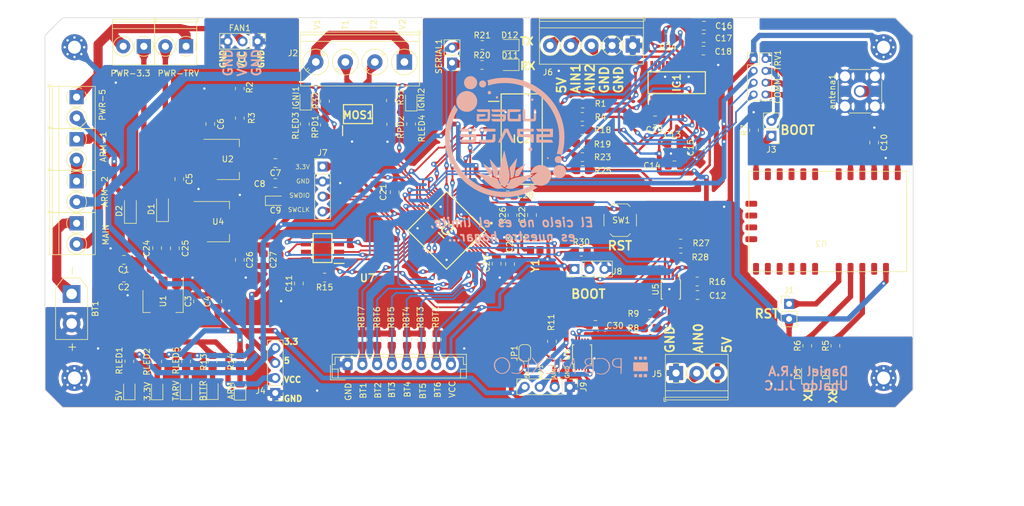
<source format=kicad_pcb>
(kicad_pcb (version 20221018) (generator pcbnew)
  (title_block (title "TrustTracer") (rev "REV_1.28") (company "UDEG_SPACE") (comment 1 "Daniel Josué Rodríguez Agraz") (comment 2 "Ubaldo de jesus Limón Corona"))
  (layers (0 "F.Cu" signal) (31 "B.Cu" signal) (34 "B.Paste" user) (35 "F.Paste" user) (36 "B.SilkS" user "B.Silkscreen") (37 "F.SilkS" user "F.Silkscreen") (38 "B.Mask" user) (39 "F.Mask" user) (44 "Edge.Cuts" user))
  (net 0 "")
  (net 1 "Net-(BT1-+)")
  (net 2 "GND")
  (net 3 "Net-(D2-K)")
  (net 4 "+5V")
  (net 5 "+3.3V")
  (net 6 "Net-(D2-A)")
  (net 7 "Net-(D4-A)")
  (net 8 "Net-(D5-A)")
  (net 9 "Net-(J1-Pin_1)")
  (net 10 "ATN")
  (net 11 "Net-(J3-Pin_1)")
  (net 12 "com_rx")
  (net 13 "com_tx")
  (net 14 "Net-(U2-VI)")
  (net 15 "Net-(U3-{slash}RX_IND)")
  (net 16 "Net-(U3-{slash}TX_IND)")
  (net 17 "MOSI")
  (net 18 "SCK")
  (net 19 "CS")
  (net 20 "Net-(TV_ON1-A)")
  (net 21 "TXD")
  (net 22 "RXT")
  (net 23 "+3.3VP")
  (net 24 "BTTN1")
  (net 25 "BTTN2")
  (net 26 "BTTN3")
  (net 27 "Net-(U2-ADJ)")
  (net 28 "MISO")
  (net 29 "BTTN4")
  (net 30 "BTTN5")
  (net 31 "Net-(IGNI1-K)")
  (net 32 "IGNI1")
  (net 33 "Net-(IGNI2-K)")
  (net 34 "IGNI2")
  (net 35 "T2")
  (net 36 "T1")
  (net 37 "SCL")
  (net 38 "SDA")
  (net 39 "Net-(MOS1-G1)")
  (net 40 "Net-(MOS1-G2)")
  (net 41 "BTTN6")
  (net 42 "VCC-TV-3.3")
  (net 43 "stmRXT")
  (net 44 "stmTXD")
  (net 45 "TV_GNDT")
  (net 46 "Net-(D7-A)")
  (net 47 "Net-(D8-A)")
  (net 48 "V-IGN")
  (net 49 "Net-(SW-ARM1A-A)")
  (net 57 "CS2")
  (net 58 "GGND")
  (net 59 "SCK2")
  (net 60 "MISO2")
  (net 61 "MOSI2")
  (net 62 "Net-(BP-ON1-A)")
  (net 65 "VCC")
  (net 66 "Net-(D11-A)")
  (net 67 "Net-(D12-A)")
  (net 68 "Net-(IC1-REFOUT)")
  (net 69 "GVDD")
  (net 70 "Net-(IC1-BYPASS)")
  (net 71 "Net-(IC1-CAPP)")
  (net 72 "Net-(IC1-CAPN)")
  (net 76 "GSTART")
  (net 77 "GCS")
  (net 78 "GSCK")
  (net 79 "GMOSI")
  (net 80 "GMISO")
  (net 81 "GRESET")
  (net 84 "Net-(IC1-AIN1)")
  (net 85 "Net-(IC1-AIN2)")
  (net 90 "Net-(IC2-SCLK)")
  (net 91 "Net-(IC2-SI)")
  (net 92 "Net-(IC2-SO)")
  (net 93 "Net-(IC2-~{SSS})")
  (net 94 "Net-(IC2-VOA)")
  (net 95 "Net-(IC2-VIC)")
  (net 96 "GDRDY")
  (net 97 "SCK3")
  (net 98 "Net-(IC3-VCAP_2)")
  (net 99 "MISO3")
  (net 100 "MOSI3")
  (net 101 "CS3")
  (net 102 "Net-(IC3-VCAP_1)")
  (net 108 "Net-(IC3-PH0-OSC_IN)")
  (net 109 "Net-(IC3-PH1-OSC_OUT)")
  (net 110 "Net-(Y1-CRYSTAL_1)")
  (net 113 "SWDIO")
  (net 114 "SWCLK")
  (net 115 "START")
  (net 116 "RESET3")
  (net 117 "READY3")
  (net 118 "GDRDY3")
  (net 120 "Net-(BP-ON2-A)")
  (net 121 "Net-(D1-K)")
  (net 122 "Net-(D1-A)")
  (net 127 "Net-(U5-EN)")
  (net 128 "RST")
  (net 129 "E-SCL")
  (net 130 "E-SDA")
  (net 131 "Net-(J8-Pin_2)")
  (net 132 "Net-(IC3-BOOT0)")
  (net 140 "Net-(JP1-A)")
  (net 142 "PS-AIN0")
  (net 143 "PS-AIN1")
  (net 145 "PS-AIN2")
  (footprint "Resistor_SMD:R_0805_2012Metric_Pad1.20x1.40mm_HandSolder" (layer "F.Cu") (at 110.811001 59.629042)
    (fp_text reference "R30")
    (fp_text value "100k")
  )
  (footprint "Connector_PinHeader_2.00mm:PinHeader_2x04_P2.00mm_Vertical" (layer "F.Cu") (at 140 27)
    (fp_text reference "COMM-TRV1")
    (fp_text value "Conn_02x04_Odd_Even")
  )
  (footprint "Capacitor_SMD:C_0805_2012Metric_Pad1.18x1.45mm_HandSolder" (layer "F.Cu") (at 131 42.009659 90)
    (fp_text reference "C15")
    (fp_text value "1μF")
  )
  (footprint "TerminalBlock_Phoenix:TerminalBlock_Phoenix_PT-1,5-2-3.5-H_1x02_P3.50mm_Horizontal" (layer "F.Cu") (at 25.355895 33.442916 -90)
    (fp_text reference "sw-pwr-bp1" hide)
    (fp_text value "on-bt1")
  )
  (footprint "LED_SMD:LED_0805_2012Metric" (layer "F.Cu") (at 39 83 90)
    (fp_text reference "BP-ON1" hide)
    (fp_text value "LED")
  )
  (footprint "space:ADS1263IPWR" (layer "F.Cu") (at 126.975 31 90)
    (fp_text reference "IC1")
    (fp_text value "ADS1262IPWR" hide)
  )
  (footprint "Capacitor_SMD:C_0805_2012Metric_Pad1.18x1.45mm_HandSolder" (layer "F.Cu") (at 48 38 90)
    (fp_text reference "C6")
    (fp_text value "100nF")
  )
  (footprint "Capacitor_SMD:C_0805_2012Metric_Pad1.18x1.45mm_HandSolder" (layer "F.Cu") (at 96.472389 61.648896 90)
    (fp_text reference "C20")
    (fp_text value "2.2μF")
  )
  (footprint "TerminalBlock_Phoenix:TerminalBlock_Phoenix_PT-1,5-2-3.5-H_1x02_P3.50mm_Horizontal" (layer "F.Cu") (at 25.3576 47.686 -90)
    (fp_text reference "SW-ARM1" hide)
    (fp_text value "on-bt1")
  )
  (footprint "Capacitor_SMD:C_0805_2012Metric_Pad1.18x1.45mm_HandSolder" (layer "F.Cu") (at 39 59 -90)
    (fp_text reference "C24")
    (fp_text value "10uf")
  )
  (footprint "Resistor_SMD:R_0805_2012Metric_Pad1.20x1.40mm_HandSolder" (layer "F.Cu") (at 127.6924 60.6044)
    (fp_text reference "R28")
    (fp_text value "4.7k")
  )
  (footprint "Package_TO_SOT_SMD:SOT-223-3_TabPin2" (layer "F.Cu") (at 49.331496 54.530884)
    (fp_text reference "U4")
    (fp_text value "LD1117S33TR_SOT223")
  )
  (footprint "LED_SMD:LED_0805_2012Metric" (layer "F.Cu") (at 149.073208 80.350818 90)
    (fp_text reference "D5")
    (fp_text value "LED")
  )
  (footprint "Capacitor_SMD:C_0805_2012Metric_Pad1.18x1.45mm_HandSolder" (layer "F.Cu") (at 49.191666 68.029008 90)
    (fp_text reference "C4")
    (fp_text value "100nf")
  )
  (footprint "Resistor_SMD:R_0805_2012Metric_Pad1.20x1.40mm_HandSolder" (layer "F.Cu") (at 140.0536 39.0552 90)
    (fp_text reference "R7")
    (fp_text value "220")
  )
  (footprint "Connector_PinHeader_2.54mm:PinHeader_1x03_P2.54mm_Vertical" (layer "F.Cu") (at 109.6567 62.547854 90)
    (fp_text reference "J8")
    (fp_text value "Conn_01x03_Pin")
  )
  (footprint "Capacitor_SMD:C_0805_2012Metric_Pad1.18x1.45mm_HandSolder" (layer "F.Cu") (at 59.024733 44.612962 180)
    (fp_text reference "C7")
    (fp_text value "100nF")
  )
  (footprint "space:NX3225GA16000MSTDCRG1" (layer "F.Cu") (at 103.021424 58.257236 -90)
    (fp_text reference "Y1")
    (fp_text value "NX3225GA-16.000M-STD-CRG-1" hide)
  )
  (footprint "Resistor_SMD:R_0805_2012Metric_Pad1.20x1.40mm_HandSolder" (layer "F.Cu") (at 105.8418 74.803 90)
    (fp_text reference "R11")
    (fp_text value "10k")
  )
  (footprint "Button_Switch_SMD:SW_SPST_TL3342" (layer "F.Cu") (at 117.3988 54.2798 180)
    (fp_text reference "SW1")
    (fp_text value "SW_Push")
  )
  (footprint "Diode_SMD:D_SOD-123F" (layer "F.Cu") (at 34.4678 52.6034 90)
    (fp_text reference "D2")
    (fp_text value "1N5400")
  )
  (footprint "Resistor_SMD:R_0805_2012Metric_Pad1.20x1.40mm_HandSolder" (layer "F.Cu") (at 76.2658 74.47836 90)
    (fp_text reference "RBT6")
    (fp_text value "10K")
  )
  (footprint "Resistor_SMD:R_0805_2012Metric_Pad1.20x1.40mm_HandSolder" (layer "F.Cu") (at 110.982237 36.796808)
    (fp_text reference "R4")
    (fp_text value "47")
  )
  (footprint "Capacitor_SMD:C_0805_2012Metric_Pad1.18x1.45mm_HandSolder" (layer "F.Cu") (at 131.572008 21.348105)
    (fp_text reference "C16")
    (fp_text value "1μF")
  )
  (footprint "Connector_AMASS:AMASS_XT30UPB-M_1x02_P5.0mm_Vertical" (layer "F.Cu") (at 24.5194 66.776 -90)
    (fp_text reference "BT1")
    (fp_text value "Battery_12v")
  )
  (footprint "Capacitor_SMD:C_0805_2012Metric_Pad1.18x1.45mm_HandSolder" (layer "F.Cu") (at 123.305428 37.393153)
    (fp_text reference "C19")
    (fp_text value "4.7nF")
  )
  (footprint "Capacitor_SMD:C_0805_2012Metric_Pad1.18x1.45mm_HandSolder" (layer "F.Cu") (at 160.39777 41.138873 -90)
    (fp_text reference "C10")
    (fp_text value "100uF")
  )
  (footprint "space:SOIC127P600X175-8M" (layer "F.Cu") (at 67 59 180)
    (fp_text reference "U7")
    (fp_text value "W25Q128JVS" hide)
  )
  (footprint "Resistor_SMD:R_0805_2012Metric_Pad1.20x1.40mm_HandSolder" (layer "F.Cu") (at 64 38 -90)
    (fp_text reference "RLED3")
    (fp_text value "220")
  )
  (footprint "LED_SMD:LED_0805_2012Metric" (layer "F.Cu") (at 53.04059 83.0625 90)
    (fp_text reference "D8" hide)
    (fp_text value "LED")
  )
  (footprint "Resistor_SMD:R_0805_2012Metric_Pad1.20x1.40mm_HandSolder" (layer "F.Cu") (at 99.168601 53.451347 90)
    (fp_text reference "R26")
    (fp_text value "50")
  )
  (footprint "Capacitor_SMD:C_0805_2012Metric_Pad1.18x1.45mm_HandSolder" (layer "F.Cu") (at 130.4864 66.9544 180)
    (fp_text reference "C12")
    (fp_text value "1uf")
  )
  (footprint "Resistor_SMD:R_0805_2012Metric_Pad1.20x1.40mm_HandSolder" (layer "F.Cu") (at 82 38 -90)
    (fp_text reference "RLED4")
    (fp_text value "220")
  )
  (footprint "Capacitor_SMD:C_0805_2012Metric_Pad1.18x1.45mm_HandSolder" (layer "F.Cu") (at 126.574987 45)
    (fp_text reference "C14")
    (fp_text value "1μF")
  )
  (footprint "Resistor_SMD:R_0805_2012Metric_Pad1.20x1.40mm_HandSolder" (layer "F.Cu") (at 153.838608 75.548118 90)
    (fp_text reference "R5")
    (fp_text value "220")
  )
  (footprint "Resistor_SMD:R_0805_2012Metric_Pad1.20x1.40mm_HandSolder" (layer "F.Cu") (at 110.992699 43.604547)
    (fp_text reference "R23")
    (fp_text value "47")
  )
  (footprint "TerminalBlock_Phoenix:TerminalBlock_Phoenix_PT-1,5-2-3.5-H_1x02_P3.50mm_Horizontal" (layer "F.Cu") (at 25.354484 40.564343 -90)
    (fp_text reference "SW-PIR1" hide)
    (fp_text value "on-bt1")
  )
  (footprint "Resistor_SMD:R_0805_2012Metric_Pad1.20x1.40mm_HandSolder" (layer "F.Cu") (at 53 32 -90)
    (fp_text reference "R2")
    (fp_text value "196")
  )
  (footprint "Resistor_SMD:R_0805_2012Metric_Pad1.20x1.40mm_HandSolder" (layer "F.Cu") (at 53.040589 78.196217 -90)
    (fp_text reference "R14")
    (fp_text value "330")
  )
  (footprint "Connector_PinHeader_2.54mm:PinHeader_1x04_P2.54mm_Vertical" (layer "F.Cu") (at 59 83.54 180)
    (fp_text reference "J4")
    (fp_text value "v-ext")
  )
  (footprint "Resistor_SMD:R_0805_2012Metric_Pad1.20x1.40mm_HandSolder" (layer "F.Cu") (at 111.034402 41.310517)
    (fp_text reference "R19")
    (fp_text value "47")
  )
  (footprint "Package_TO_SOT_SMD:SOT-223" (layer "F.Cu") (at 51 44)
    (fp_text reference "U2")
    (fp_text value "TLV1117-ADJ")
  )
  (footprint "Capacitor_SMD:C_0805_2012Metric_Pad1.18x1.45mm_HandSolder" (layer "F.Cu") (at 79.215158 49.543116 90)
    (fp_text reference "C21")
    (fp_text value "2.2μF")
  )
  (footprint "Resistor_SMD:R_0805_2012Metric_Pad1.20x1.40mm_HandSolder" (layer "F.Cu") (at 111.037619 45.791484)
    (fp_text reference "R25")
    (fp_text value "47")
  )
  (footprint "TerminalBlock_Phoenix:TerminalBlock_Phoenix_PT-1,5-3-3.5-H_1x03_P3.50mm_Horizontal" (layer "F.Cu") (at 126.858 80.1624)
    (fp_text reference "J5")
    (fp_text value "Conn_01x03_Pin")
  )
  (footprint "Resistor_SMD:R_0805_2012Metric_Pad1.20x1.40mm_HandSolder" (layer "F.Cu") (at 125.384416 23.463047 180)
    (fp_text reference "R24")
    (fp_text value "10K")
  )
  (footprint "Resistor_SMD:R_0805_2012Metric_Pad1.20x1.40mm_HandSolder" (layer "F.Cu") (at 86.3225 74.47836 90)
    (fp_text reference "RBT2")
    (fp_text value "10K")
  )
  (footprint "Resistor_SMD:R_0805_2012Metric_Pad1.20x1.40mm_HandSolder" (layer "F.Cu") (at 111.019354 39.021716)
    (fp_text reference "R18")
    (fp_text value "47")
  )
  (footprint "space:tarvos-iii" (layer "F.Cu") (at 152.24 52.36 180)
    (fp_text reference "U3")
    (fp_text value "TARVOS_III")
  )
  (footprint "MountingHole:MountingHole_2.2mm_M2_Pad_Via" (layer "F.Cu") (at 162 25)
    (fp_text reference "GNDSCREW1" hide)
    (fp_text value "Conn_01x01_Male" hide)
  )
  (footprint "TerminalBlock_Phoenix:TerminalBlock_Phoenix_PT-1,5-2-3.5-H_1x02_P3.50mm_Horizontal" (layer "F.Cu") (at 25.363227 54.812975 -90)
    (fp_text reference "sw-main2" hide)
    (fp_text value "on-bt1")
  )
  (footprint "TerminalBlock_Phoenix:TerminalBlock_Phoenix_PT-1,5-5-3.5-H_1x05_P3.50mm_Horizontal" (layer "F.Cu") (at 119.5324 24.7142 180)
    (fp_text reference "J6")
    (fp_text value "GALGA")
  )
  (footprint "Resistor_SMD:R_0805_2012Metric_Pad1.20x1.40mm_HandSolder" (layer "F.Cu") (at 122.428 70.2056 180)
    (fp_text reference "R9")
    (fp_text value "4.7k")
  )
  (footprint "space:STM32H503RBT6" (layer "F.Cu") (at 88 56 -135)
    (fp_text reference "IC3")
    (fp_text value "STM32H503RBT6" hide)
  )
  (footprint "Connector_PinHeader_2.54mm:PinHeader_1x04_P2.54mm_Vertical" (layer "F.Cu") (at 67 45.2)
    (fp_text reference "J7")
    (fp_text value "JTAG")
  )
  (footprint "Capacitor_SMD:C_0805_2012Metric_Pad1.18x1.45mm_HandSolder" (layer "F.Cu") (at 57 61 -90)
    (fp_text reference "C27")
    (fp_text value "100nf")
  )
  (footprint "Connector_PinHeader_2.54mm:PinHeader_1x04_P2.54mm_Vertical" (layer "F.Cu") (at 108.8544 82.4992 -90)
    (fp_text reference "J9")
    (fp_text value "Conn_01x04_Pin")
  )
  (footprint "LED_SMD:LED_0805_2012Metric" (layer "F.Cu") (at 48.364177 82.954562 90)
    (fp_text reference "D7" hide)
    (fp_text value "LED")
  )
  (footprint "space:ADUM4151ARIZ" (layer "F.Cu") (at 100.725 40.555)
    (fp_text reference "IC2")
    (fp_text value "ADUM4151ARIZ" hide)
  )
  (footprint "Capacitor_SMD:C_0805_2012Metric_Pad1.18x1.45mm_HandSolder" (layer "F.Cu") (at 45.928172 68.029788 90)
    (fp_text reference "C3")
    (fp_text value "10uf")
  )
  (footprint "Resistor_SMD:R_0805_2012Metric_Pad1.20x1.40mm_HandSolder" (layer "F.Cu") (at 130.4356 64.6684 180)
    (fp_text reference "R16")
    (fp_text value "100k")
  )
  (footprint "Capacitor_SMD:C_0805_2012Metric_Pad1.18x1.45mm_HandSolder" (layer "F.Cu") (at 33.375292 61 180)
    (fp_text reference "C1")
    (fp_text value "10uf")
  )
  (footprint "Package_SO:TSSOP-10_3x3mm_P0.5mm" (layer "F.Cu") (at 110.9472 77.0128 90)
    (fp_text reference "U6")
    (fp_text value "ADS1015IDGS")
  )
  (footprint "Capacitor_SMD:C_0805_2012Metric_Pad1.18x1.45mm_HandSolder" (layer "F.Cu") (at 42.758298 47.314416 -90)
    (fp_text reference "C5")
    (fp_text value "100nF")
  )
  (footprint "LED_SMD:LED_0805_2012Metric" (layer "F.Cu") (at 64.134 33.9428 90)
    (fp_text reference "IGNI1")
    (fp_text value "LED")
  )
  (footprint "Resistor_SMD:R_0805_2012Metric_Pad1.20x1.40mm_HandSolder" (layer "F.Cu") (at 67.406699 34.14735 -90)
    (fp_text reference "R32")
    (fp_text value "0")
  )
  (footprint "LED_SMD:LED_0805_2012Metric" (layer "F.Cu") (at 34.287725 83 90)
    (fp_text reference "TV_ON1" hide)
    (fp_text value "LED")
  )
  (footprint "TerminalBlock_Phoenix:TerminalBlock_Phoenix_PT-1,5-4-5.0-H_1x04_P5.00mm_Horizontal" (layer "F.Cu") (at 80.8628 27.5 180)
    (fp_text reference "J2")
    (fp_text value "Screw_Terminal_01x04")
  )
  (footprint "LED_SMD:LED_0805_2012Metric" (layer "F.Cu") (at 43.882226 83 90)
    (fp_text reference "BP-ON2" hide)
    (fp_text value "LED")
  )
  (footprint "Resistor_SMD:R_0805_2012Metric_Pad1.20x1.40mm_HandSolder" (layer "F.Cu") (at 48.376425 78.187349 -90)
    (fp_text reference "R13")
    (fp_text value "330")
  )
  (footprint "LED_SMD:LED_0805_2012Metric" (layer "F.Cu") (at 98.585661 27.982429 180)
    (fp_text reference "D11")
    (fp_text value "LED")
  )
  (footprint "Diode_SMD:D_SOD-123F" (layer "F.Cu") (at 39.906176 52.303318 90)
    (fp_text reference "D1")
    (fp_text value "1N5400")
  )
  (footprint "Resistor_SMD:R_0805_2012Metric_Pad1.20x1.40mm_HandSolder" (layer "F.Cu") (at 94 28)
    (fp_text reference "R20")
    (fp_text value "330")
  )
  (footprint "Capacitor_SMD:C_0805_2012Metric_Pad1.18x1.45mm_HandSolder" (layer "F.Cu") (at 42 59.0375 -90)
    (fp_text reference "C25")
    (fp_text value "100nf")
  )
  (footprint "Package_TO_SOT_SMD:SOT-223-3_TabPin2" (layer "F.Cu") (at 40 68 -90)
    (fp_text reference "U1")
    (fp_text value "AMS1117-5.0")
  )
  (footprint "Capacitor_SMD:C_0805_2012Metric_Pad1.18x1.45mm_HandSolder" (layer "F.Cu") (at 131.540195 23.45465)
    (fp_text reference "C17")
    (fp_text value "100nF")
  )
  (footprint "Capacitor_Tantalum_SMD:CP_EIA-2012-12_Kemet-R" (layer "F.Cu") (at 59.0375 51)
    (fp_text reference "C9")
    (fp_text value "100μF")
  )
  (footprint "MountingHole:MountingHole_2.2mm_M2_Pad_Via" (layer "F.Cu") (at 162 81)
    (fp_text reference "GNDSCREW2" hide)
    (fp_text value "Conn_01x01_Male" hide)
  )
  (footprint "Resistor_SMD:R_0805_2012Metric_Pad1.20x1.40mm_HandSolder" (layer "F.Cu") (at 67.3556 64 180)
    (fp_text reference "R15")
    (fp_text value "10k")
  )
  (footprint "Connector_Coaxial:SMA_Wurth_60312002114503_Vertical" (layer "F.Cu") (at 158 32.46)
    (fp_text reference "antena1")
    (fp_text value "Conn_Coaxial")
  )
  (footprint "Capacitor_SMD:C_0805_2012Metric_Pad1.18x1.45mm_HandSolder" (layer "F.Cu") (at 131.48673 25.561195)
    (fp_text reference "C18")
    (fp_text value "1μF")
  )
  (footprint "Connector_PinHeader_2.54mm:PinHeader_1x02_P2.54mm_Vertical" (layer "F.Cu") (at 88.928318 27.616088 180)
    (fp_text reference "SERIAL1")
    (fp_text value "comm-ext")
  )
  (footprint "LED_SMD:LED_0805_2012Metric" (layer "F.Cu") (at 153.838608 80.370618 90)
    (fp_text reference "D4")
    (fp_text value "LED")
  )
  (footprint "Resistor_SMD:R_0805_2012Metric_Pad1.20x1.40mm_HandSolder" (layer "F.Cu") (at 78.7199 74.47836 90)
    (fp_text reference "RBT5")
    (fp_text value "10K")
  )
  (footprint "Resistor_SMD:R_0805_2012Metric_Pad1.20x1.40mm_HandSolder" (layer "F.Cu") (at 127.6322 58.2422)
    (fp_text reference "R27")
    (fp_text value "4.7k")
  )
  (footprint "Resistor_SMD:R_0805_2012Metric_Pad1.20x1.40mm_HandSolder" (layer "F.Cu") (at 111.059588 34.528668)
    (fp_text reference "R1")
    (fp_text value "47")
  )
  (footprint "Connector_JST:JST_EH_B8B-EH-A_1x08_P2.50mm_Vertical" (layer "F.Cu") (at 71.25 78.7)
    (fp_text reference "BTTNS1" hide)
    (fp_text value "Conn_01x08_Female")
  )
  (footprint "Resistor_SMD:R_0805_2012Metric_Pad1.20x1.40mm_HandSolder" (layer "F.Cu") (at 83.7883 74.47836 90)
    (fp_text reference "RBT3")
    (fp_text value "10K")
  )
  (footprint "LED_SMD:LED_0805_2012Metric" (layer "F.Cu") (at 98.593761 24.640929 180)
    (fp_text reference "D12")
    (fp_text value "LED")
  )
  (footprint "Resistor_SMD:R_0805_2012Metric_Pad1.20x1.40mm_HandSolder" (layer "F.Cu") (at 81.3225 74.47836 90)
    (fp_text reference "RBT4")
    (fp_text value "10K")
  )
  (footprint "Capacitor_SMD:C_0805_2012Metric_Pad1.18x1.45mm_HandSolder" (layer "F.Cu") (at 126.486527 41.301983)
    (fp_text reference "C13")
    (fp_text value "100nF")
  )
  (footprint "Resistor_SMD:R_0805_2012Metric_Pad1.20x1.40mm_HandSolder" (layer "F.Cu") (at 34.294636 78.18135 90)
    (fp_text reference "RLED1")
    (fp_text value "220")
  )
  (footprint "LED_SMD:LED_0805_2012Metric" (layer "F.Cu") (at 82.0294 34.0944 90)
    (fp_text reference "IGNI2")
    (fp_text value "LED")
  )
  (footprint "Resistor_SMD:R_0805_2012Metric_Pad1.20x1.40mm_HandSolder" (layer "F.Cu") (at 78.573508 34.019926 -90)
    (fp_text reference "R31")
    (fp_text value "0")
  )
  (footprint "Resistor_SMD:R_0805_2012Metric_Pad1.20x1.40mm_HandSolder" (layer "F.Cu") (at 67.380599 38.16375 -90)
    (fp_text reference "RPD1")
    (fp_text value "10K")
  )
  (footprint "Package_SO:TSSOP-8_3x3mm_P0.65mm" (layer "F.Cu") (at 125.9746 66.0146 -90)
    (fp_text reference "U5")
    (fp_text value "PCA9306DP")
  )
  (footprint "Capacitor_SMD:C_0805_2012Metric_Pad1.18x1.45mm_HandSolder" (layer "F.Cu") (at 102.46754 53.416022 90)
    (fp_text reference "C22")
    (fp_text value "6pF")
  )
  (footprint "Resistor_SMD:R_0805_2012Metric_Pad1.20x1.40mm_HandSolder" (layer "F.Cu") (at 78.632208 38.043026 -90)
    (fp_text reference "RPD2")
    (fp_text value "10K")
  )
  (footprint "Resistor_SMD:R_0805_2012Metric_Pad1.20x1.40mm_HandSolder" (layer "F.Cu") (at 73.7768 74.47836 90)
    (fp_text reference "RBT7")
    (fp_text value "10K")
  )
  (footprint "Resistor_SMD:R_0805_2012Metric_Pad1.20x1.40mm_HandSolder" (layer "F.Cu") (at 53 37 -90)
    (fp_text reference "R3")
    (fp_text value "120R")
  )
  (footprint "Resistor_SMD:R_0805_2012Metric_Pad1.20x1.40mm_HandSolder" (layer "F.Cu") (at 94.050105 24.626259)
    (fp_text reference "R21")
    (fp_text value "330")
  )
  (footprint "Resistor_SMD:R_0805_2012Metric_Pad1.20x1.40mm_HandSolder" (layer "F.Cu") (at 43.904277 78.203476 90)
    (fp_text reference "RLED5")
    (fp_text value "220")
  )
  (footprint "Jumper:SolderJumper-2_P1.3mm_Open_RoundedPad1.0x1.5mm" (layer "F.Cu") (at 101.2444 76.7588 -90)
    (fp_text reference "JP1")
    (fp_text value "SolderJumper_2_Open")
  )
  (footprint "Capacitor_SMD:C_0805_2012Metric_Pad1.18x1.45mm_HandSolder" (layer "F.Cu") (at 33.375292 64 180)
    (fp_text reference "C2")
    (fp_text value "100nf")
  )
  (footprint "Connector_PinHeader_2.54mm:PinHeader_1x03_P2.54mm_Vertical" (layer "F.Cu") (at 56 24 -90)
    (fp_text reference "FAN1")
    (fp_text value "Conn_01x03_Male")
  )
  (footprint "space:SOIC127P600X175-8M" (layer "F.Cu") (at 73 36.324 90)
    (fp_text reference "MOS1")
    (fp_text value "DMN2041LSD" hide)
  )
  (footprint "Connector_PinHeader_2.54mm:PinHeader_1x02_P2.54mm_Vertical" (layer "F.Cu") (at 146 68.46)
    (fp_text reference "J1")
    (fp_text value "header rst")
  )
  (footprint "MountingHole:MountingHole_2.2mm_M2_Pad_Via" (layer "F.Cu") (at 25 81)
    (fp_text reference "GNDSCREW4" hide)
    (fp_text value "Conn_01x01_Male" hide)
  )
  (footprint "Resistor_SMD:R_0805_2012Metric_Pad1.20x1.40mm_HandSolder" (layer "F.Cu") (at 39.018464 78.203476 90)
    (fp_text reference "RLED2")
    (fp_text value "220")
  )
  (footprint "Capacitor_SMD:C_0805_2012Metric_Pad1.18x1.45mm_HandSolder" (layer "F.Cu") (at 113.2078 72.009 180)
    (fp_text reference "C30")
    (fp_text value "10uf")
  )
  (footprint "Capacitor_SMD:C_0805_2012Metric_Pad1.18x1.45mm_HandSolder" (layer "F.Cu") (at 53 61 -90)
    (fp_text reference "C26")
    (fp_text value "10uf")
  )
  (footprint "Capacitor_SMD:C_0805_2012Metric_Pad1.18x1.45mm_HandSolder" (layer "F.Cu") (at 63 65 90)
    (fp_text reference "C11")
    (fp_text value "100nF")
  )
  (footprint "Capacitor_SMD:C_0805_2012Metric_Pad1.18x1.45mm_HandSolder" (layer "F.Cu") (at 59 48 180)
    (fp_text reference "C8")
    (fp_text value "1μF")
  )
  (footprint "Capacitor_SMD:C_0805_2012Metric_Pad1.18x1.45mm_HandSolder" (layer "F.Cu") (at 98.3488 50.0634 180)
    (fp_text reference "C28")
    (fp_text value "0.1uf")
  )
  (footprint "TerminalBlock_Phoenix:TerminalBlock_Phoenix_PT-1,5-2-3.5-H_1x02_P3.50mm_Horizontal" (layer "F.Cu") (at 36.75 24.841992 180)
    (fp_text reference "sw-pwr-bp2" hide)
    (fp_text value "on-bt1")
  )
  (footprint "Capacitor_SMD:C_0805_2012Metric_Pad1.18x1.45mm_HandSolder" (layer "F.Cu") (at 98.74914 61.70973 -90)
    (fp_text reference "C23")
    (fp_text value "6pF")
  )
  (footprint "MountingHole:MountingHole_2.2mm_M2_Pad_Via" (layer "F.Cu") (at 25 25)
    (fp_text reference "GNDSCREW3" hide)
    (fp_text value "Conn_01x01_Male" hide)
  )
  (footprint "Resistor_SMD:R_0805_2012Metric_Pad1.20x1.40mm_HandSolder" (layer "F.Cu") (at 122.4854 72.5678 180)
    (fp_text reference "R8")
    (fp_text value "4.7k")
  )
  (footprint "Resistor_SMD:R_0805_2012Metric_Pad1.20x1.40mm_HandSolder" (layer "F.Cu") (at 149.078608 75.548118 90)
    (fp_text reference "R6")
    (fp_text value "220")
  )
  (footprint "TerminalBlock_Phoenix:TerminalBlock_Phoenix_PT-1,5-2-3.5-H_1x02_P3.50mm_Horizontal" (layer "F.Cu") (at 43.890559 24.841007 180)
    (fp_text reference "sw-pwr-tv1" hide)
    (fp_text value "on-bt1")
  )
  (footprint "Connector_PinHeader_2.54mm:PinHeader_1x02_P2.54mm_Vertical" (layer "F.Cu") (at 143 40 180)
    (fp_text reference "J3")
    (fp_text value "Conn_01x02_Pin")
  )
  (footprint "logos:SPACE" (layer "B.Cu") (at 97.79 40.005 180)
    (fp_text reference "G2" hide)
    (fp_text value "LOGO" hide)
  )
  (footprint "space:pcb-mexico" (layer "B.Cu") (at 109.22 78.74 180)
    (fp_text reference "G***" hide)
    (fp_text value "LOGO" hide)
  )
  (gr_poly (pts (xy 23 20) (xy 20 23) (xy 20 83) (xy 23 86) (xy 164 86) (xy 167 83) (xy 167 23) (xy 164 20)) (stroke (width 0.1)) (fill none) (layer "Edge.Cuts"))
  (gr_text "El cielo no es el limite,\nes nuestro hogar..." (at 99.06 55.88) (layer "B.SilkS") (effects (font (size 1.5 1.5) (thickness 0.3) italic) (justify mirror)))
  (gr_text "Daniel J.R.A\nUbaldo J.L.C" (at 156.21 83.185) (layer "B.SilkS") (effects (font (size 1.5 1.5) (thickness 0.3) bold) (justify left bottom mirror)))
  (gr_text "GND\nVCC\nGND" (at 56.700206 30.105579 90) (layer "B.SilkS") (effects (font (size 1.5 1.5) (thickness 0.3) bold) (justify left bottom)))
  (gr_text "BT2\n" (at 76.973259 84.566457 90) (layer "F.SilkS") (effects (font (size 1 1)) (justify left bottom)))
  (gr_text "RST" (at 115.1128 59.4868) (layer "F.SilkS") (effects (font (size 1.5 1.5) (thickness 0.3) bold) (justify left bottom)))
  (gr_text "ARM-1" (at 30.45777 44.552475 90) (layer "F.SilkS") (effects (font (size 1 1)) (justify left bottom)))
  (gr_text "TX\n\nRX" (at 100.270661 28.942429) (layer "F.SilkS") (effects (font (size 1.3 1.3) (thickness 0.3) bold) (justify left bottom)))
  (gr_text "5V\n\nAIN1\n\nAIN2\n\nGND" (at 108.8544 81.1692 90) (layer "F.SilkS") (effects (font (size 0.7 0.7) (thickness 0.125) bold) (justify left bottom)))
  (gr_text "PWR-TRV" (at 39 30) (layer "F.SilkS") (effects (font (size 1 1)) (justify left bottom)))
  (gr_text "GND\n" (at 71.951757 84.948208 90) (layer "F.SilkS") (effects (font (size 1 1)) (justify left bottom)))
  (gr_text "BT1" (at 74.477191 84.595822 90) (layer "F.SilkS") (effects (font (size 1 1)) (justify left bottom)))
  (gr_text "MAIN" (at 30.894906 58.608643 90) (layer "F.SilkS") (effects (font (size 1 1)) (justify left bottom)))
  (gr_text "GND\n\nVCC\n\nGND" (at 57.184944 28.681103 90) (layer "F.SilkS") (effects (font (size 1 1) (thickness 0.25) bold) (justify left bottom)))
  (gr_text "BT6\n" (at 87.074995 84.448995 90) (layer "F.SilkS") (effects (font (size 1 1)) (justify left bottom)))
  (gr_text "PWR-3.3" (at 31 30) (layer "F.SilkS") (effects (font (size 1 1)) (justify left bottom)))
  (gr_text "BT4" (at 81.965396 84.390264 90) (layer "F.SilkS") (effects (font (size 1 1)) (justify left bottom)))
  (gr_text "RX\n\nTX" (at 148.360031 82.514892 -90) (layer "F.SilkS") (effects (font (size 1.3 1.3) (thickness 0.3) bold) (justify left bottom)))
  (gr_text "BT5\n" (at 84.578927 84.654553 90) (layer "F.SilkS") (effects (font (size 1 1)) (justify left bottom)))
  (gr_text "ARM-2" (at 30.714642 52.148555 90) (layer "F.SilkS") (effects (font (size 1 1)) (justify left bottom)))
  (gr_text "VCC" (at 89.541698 84.448995 90) (layer "F.SilkS") (effects (font (size 1 1)) (justify left bottom)))
  (gr_text "BOOT" (at 144.356535 39.906109) (layer "F.SilkS") (effects (font (size 1.5 1.5) (thickness 0.3) bold) (justify left bottom)))
  (gr_text "5V\n\n\n3.3V\n\n\nTARV" (at 42.763993 85.000392 90) (layer "F.SilkS") (effects (font (size 1 1)) (justify left bottom)))
  (gr_text "RST" (at 140 71) (layer "F.SilkS") (effects (font (size 1.5 1.5) (thickness 0.3) bold) (justify left bottom)))
  (gr_text "3.3\n\n5\n\nVCC\n\nGND" (at 60.325 85.09) (layer "F.SilkS") (effects (font (size 1 1) (thickness 0.25) bold) (justify left bottom)))
  (gr_text "3.3V\n\nGND\n\nSWDIO\n\nSWCLK" (at 64.9065 52.948092) (layer "F.SilkS") (effects (font (size 0.75 0.75) (thickness 0.1)) (justify right bottom)))
  (gr_text "GND\n\nAIN0\n\n5V" (at 136.3472 76.962 90) (layer "F.SilkS") (effects (font (size 1.5 1.5) (thickness 0.3) bold) (justify left bottom)))
  (gr_text "5V\nAIN1\nAIN2\nGND\nGND" (at 118 33 90) (layer "F.SilkS") (effects (font (size 1.5 1.5) (thickness 0.3) bold) (justify left bottom)))
  (gr_text "BTTR" (at 47.364177 85.017062 90) (layer "F.SilkS") (effects (font (size 1 1)) (justify left bottom)))
  (gr_text "BOOT" (at 108.9152 67.6656) (layer "F.SilkS") (effects (font (size 1.5 1.5) (thickness 0.3) bold) (justify left bottom)))
  (gr_text "V1\n\n\nT1\n\n\nT2\n\n\nV2" (at 81.128234 22.138795 90) (layer "F.SilkS") (effects (font (size 1 1)) (justify left bottom)))
  (gr_text "BT3\n" (at 79.3225 84.47836 90) (layer "F.SilkS") (effects (font (size 1 1)) (justify left bottom)))
  (gr_text "ARM" (at 52.08059 84.7475 90) (layer "F.SilkS") (effects (font (size 1 1)) (justify left bottom)))
  (gr_text "PWR-5" (at 30.316286 37.526 90) (layer "F.SilkS") (effects (font (size 1 1)) (justify left bottom)))
  (segment (start 22 64.2566) (end 22 56) (width 1.55) (layer "F.Cu") (net 1))
  (segment (start 23.187025 54.812975) (end 25.363227 54.812975) (width 1.55) (layer "F.Cu") (net 1))
  (segment (start 22 56) (end 23.187025 54.812975) (width 1.55) (layer "F.Cu") (net 1))
  (segment (start 24.5194 66.776) (end 22 64.2566) (width 1.55) (layer "F.Cu") (net 1))
  (segment (start 79.215158 48.505616) (end 77.494384 48.505616) (width 0.5) (layer "F.Cu") (net 2))
  (segment (start 87 50.403806) (end 87 52) (width 0.3) (layer "F.Cu") (net 2))
  (segment (start 97.89 36.11) (end 98 36) (width 0.3) (layer "F.Cu") (net 2))
  (segment (start 81.644524 54.240718) (end 83.060146 55.65634) (width 0.3) (layer "F.Cu") (net 2))
  (segment (start 95.596195 59) (end 94.355476 57.759282) (width 0.3) (layer "F.Cu") (net 2))
  (segment (start 90.195938 51.329187) (end 90.819942 50.705184) (width 0.3) (layer "F.Cu") (net 2))
  (segment (start 72 40.970023) (end 71.095 40.065023) (width 0.5) (layer "F.Cu") (net 2))
  (segment (start 86.240718 62.355476) (end 87.596194 61) (width 0.3) (layer "F.Cu") (net 2))
  (segment (start 87.596194 61) (end 88 61) (width 0.3) (layer "F.Cu") (net 2))
  (segment (start 136.05 30.95) (end 136.05 50.95) (width 0.9) (layer "F.Cu") (net 2))
  (segment (start 100.727369 57.727369) (end 100 57) (width 0.5) (layer "F.Cu") (net 2))
  (segment (start 110.9472 78.2878) (end 110.9472 79.1628) (width 0.3) (layer "F.Cu") (net 2))
  (segment (start 97 59) (end 95.596195 59) (width 0.3) (layer "F.Cu") (net 2))
  (segment (start 102.221424 59.357236) (end 101.167566 59.357236) (width 0.5) (layer "F.Cu") (net 2))
  (segment (start 111.5618 77.6732) (end 110.9472 78.2878) (width 0.3) (layer "F.Cu") (net 2))
  (segment (start 77.494384 48.505616) (end 77 49) (width 0.5) (layer "F.Cu") (net 2))
  (segment (start 126.9496 63.8646) (end 126.9496 64.7442) (width 0.4) (layer "F.Cu") (net 2))
  (segment (start 126.9496 64.7442) (end 125.73 65.9638) (width 0.4) (layer "F.Cu") (net 2))
  (segment (start 100.727369 58.917039) (end 100.727369 57.727369) (width 0.5) (layer "F.Cu") (net 2))
  (segment (start 113.0554 77.6732) (end 111.5618 77.6732) (width 0.3) (layer "F.Cu") (net 2))
  (segment (start 86.240718 49.644524) (end 87 50.403806) (width 0.3) (layer "F.Cu") (net 2))
  (segment (start 90.195938 52.984938) (end 90.195938 51.329187) (width 0.3) (layer "F.Cu") (net 2))
  (segment (start 96 36.11) (end 97.89 36.11) (width 0.3) (layer "F.Cu") (net 2))
  (segment (start 83.060146 55.65634) (end 83.088744 55.65634) (width 0.3) (layer "F.Cu") (net 2))
  (segment (start 97.766381 57.17362) (end 97.766381 58.233619) (width 0.3) (layer "F.Cu") (net 2))
  (segment (start 101.167566 59.357236) (end 100.727369 58.917039) (width 0.5) (layer "F.Cu") (net 2))
  (segment (start 90.5002 53.2892) (end 90.195938 52.984938) (width 0.3) (layer "F.Cu") (net 2))
  (segment (start 140 27) (end 136.05 30.95) (width 0.9) (layer "F.Cu") (net 2))
  (segment (start 97.766381 58.233619) (end 97 59) (width 0.3) (layer "F.Cu") (net 2))
  (segment (start 71.095 40.065023) (end 71.095 39.124) (width 0.5) (layer "F.Cu") (net 2))
  (segment (start 136.05 50.95) (end 135 52) (width 0.9) (layer "F.Cu") (net 2))
  (via (at 60 68) (size 0.8) (drill 0.4) (layers "F.Cu" "B.Cu") (net 2))
  (via (at 66.0908 83.1342) (size 0.8) (drill 0.4) (layers "F.Cu" "B.Cu") (net 2))
  (via (at 100 57) (size 0.8) (drill 0.4) (layers "F.Cu" "B.Cu") (net 2))
  (via (at 53 50) (size 0.8) (drill 0.4) (layers "F.Cu" "B.Cu") (net 2))
  (via (at 54 64) (size 0.8) (drill 0.4) (layers "F.Cu" "B.Cu") (net 2))
  (via (at 97 64) (size 0.8) (drill 0.4) (layers "F.Cu" "B.Cu") (net 2))
  (via (at 29 76) (size 0.8) (drill 0.4) (layers "F.Cu" "B.Cu") (net 2))
  (via (at 77 49) (size 0.8) (drill 0.4) (layers "F.Cu" "B.Cu") (net 2))
  (via (at 34 67) (size 0.8) (drill 0.4) (layers "F.Cu" "B.Cu") (net 2))
  (via (at 70 48) (size 0.8) (drill 0.4) (layers "F.Cu" "B.Cu") (net 2))
  (via (at 91 76) (size 0.8) (drill 0.4) (layers "F.Cu" "B.Cu") (net 2))
  (via (at 125.73 65.9638) (size 0.8) (drill 0.4) (layers "F.Cu" "B.Cu") (net 2))
  (via (at 45 64) (size 0.8) (drill 0.4) (layers "F.Cu" "B.Cu") (net 2))
  (via (at 47 32) (size 0.8) (drill 0.4) (layers "F.Cu" "B.Cu") (net 2))
  (via (at 32 29) (size 0.8) (drill 0.4) (layers "F.Cu" "B.Cu") (net 2))
  (via (at 72 40.970023) (size 0.8) (drill 0.4) (layers "F.Cu" "B.Cu") (net 2))
  (via (at 135 52) (size 0.8) (drill 0.4) (layers "F.Cu" "B.Cu") (net 2))
  (via (at 31.115 59.055) (size 0.8) (drill 0.4) (layers "F.Cu" "B.Cu") (net 2))
  (via (at 78 41) (size 0.8) (drill 0.4) (layers "F.Cu" "B.Cu") (net 2))
  (via (at 83.088744 55.65634) (size 0.8) (drill 0.4) (layers "F.Cu" "B.Cu") (net 2))
  (via (at 143 82) (size 0.8) (drill 0.4) (layers "F.Cu" "B.Cu") (net 2))
  (via (at 46 49) (size 0.8) (drill 0.4) (layers "F.Cu" "B.Cu") (net 2))
  (via (at 97.766381 57.17362) (size 0.8) (drill 0.4) (layers "F.Cu" "B.Cu") (net 2))
  (via (at 90.5002 53.2892) (size 0.8) (drill 0.4) (layers "F.Cu" "B.Cu") (net 2))
  (via (at 98 36) (size 0.8) (drill 0.4) (layers "F.Cu" "B.Cu") (net 2))
  (via (at 88 61) (size 0.8) (drill 0.4) (layers "F.Cu" "B.Cu") (net 2))
  (via (at 32 31) (size 0.8) (drill 0.4) (layers "F.Cu" "B.Cu") (net 2))
  (via (at 113.0554 77.6732) (size 0.8) (drill 0.4) (layers "F.Cu" "B.Cu") (net 2))
  (via (at 105.088972 60.891961) (size 0.8) (drill 0.4) (layers "F.Cu" "B.Cu") (net 2))
  (via (at 87 52) (size 0.8) (drill 0.4) (layers "F.Cu" "B.Cu") (net 2))
  (via (at 51.186969 69.593484) (size 0.8) (drill 0.4) (layers "F.Cu" "B.Cu") (net 2))
  (segment (start 140 24) (end 140 27) (width 0.9) (layer "B.Cu") (net 2))
  (segment (start 99.82638 57.17362) (end 100 57) (width 0.3) (layer "B.Cu") (net 2))
  (segment (start 160 23) (end 141 23) (width 0.9) (layer "B.Cu") (net 2))
  (segment (start 162 25) (end 160 23) (width 0.9) (layer "B.Cu") (net 2))
  (segment (start 141 23) (end 140 24) (width 0.9) (layer "B.Cu") (net 2))
  (segment (start 31 31) (end 32 31) (width 0.9) (layer "B.Cu") (net 2))
  (segment (start 25 25) (end 31 31) (width 0.9) (layer "B.Cu") (net 2))
  (segment (start 97.766381 57.17362) (end 99.82638 57.17362) (width 0.3) (layer "B.Cu") (net 2))
  (segment (start 35.305428 61) (end 36.305428 62) (width 0.9) (layer "F.Cu") (net 3))
  (segment (start 36.305428 63.455428) (end 36.305428 62) (width 0.9) (layer "F.Cu") (net 3))
  (segment (start 36.305428 62) (end 36.305428 59.759024) (width 0.9) (layer "F.Cu") (net 3))
  (segment (start 36.305428 59.759024) (end 34.4678 57.921396) (width 0.9) (layer "F.Cu") (net 3))
  (segment (start 34.4678 57.921396) (end 34.4678 54.0034) (width 0.9) (layer "F.Cu") (net 3))
  (segment (start 34.412792 61) (end 35.305428 61) (width 0.9) (layer "F.Cu") (net 3))
  (segment (start 34.412792 64) (end 35.760856 64) (width 0.9) (layer "F.Cu") (net 3))
  (segment (start 35.760856 64) (end 36.305428 63.455428) (width 0.9) (layer "F.Cu") (net 3))
  (segment (start 37.7 64.85) (end 36.305428 63.455428) (width 0.9) (layer "F.Cu") (net 3))
  (segment (start 108.4184 21.8282) (end 105.5324 24.7142) (width 0.4) (layer "F.Cu") (net 4))
  (segment (start 126 33.938) (end 126 38.75101) (width 0.4) (layer "F.Cu") (net 4))
  (segment (start 124.325 46.325) (end 124 46) (width 0.8) (layer "F.Cu") (net 4))
  (segment (start 132 47) (end 132 61.8706) (width 0.8) (layer "F.Cu") (net 4))
  (segment (start 51 73) (end 53.54 73) (width 0.9) (layer "F.Cu") (net 4))
  (segment (start 51 73) (end 50 72) (width 0.9) (layer "F.Cu") (net 4))
  (segment (start 45 72) (end 41.5 68.5) (width 0.9) (layer "F.Cu") (net 4))
  (segment (start 100.1776 84.4296) (end 99.2632 83.5152) (width 0.8) (layer "F.Cu") (net 4))
  (segment (start 120 33) (end 120.100688 33.100688) (width 0.4) (layer "F.Cu") (net 4))
  (segment (start 112.1703 72.009) (end 110.2106 72.009) (width 0.8) (layer "F.Cu") (net 4))
  (segment (start 124.301983 41.301983) (end 125.449027 41.301983) (width 0.4) (layer "F.Cu") (net 4))
  (segment (start 40 71.15) (end 40 70) (width 0.9) (layer "F.Cu") (net 4))
  (segment (start 124 46) (end 124 43) (width 0.8) (layer "F.Cu") (net 4))
  (segment (start 126 38.75101) (end 125.981592 38.769418) (width 0.4) (layer "F.Cu") (net 4))
  (segment (start 132 61.8706) (end 133.3246 63.1952) (width 0.8) (layer "F.Cu") (net 4))
  (segment (start 119.2022 71.9836) (end 119.2022 69.9008) (width 0.8) (layer "F.Cu") (net 4))
  (segment (start 59 73) (end 53.54 73) (width 0.9) (layer "F.Cu") (net 4))
  (segment (start 119.2022 69.9008) (end 118.872 69.5706) (width 0.8) (layer "F.Cu") (net 4))
  (segment (start 129.544336 46.325) (end 124.325 46.325) (width 0.8) (layer "F.Cu") (net 4))
  (segment (start 126.2915 24.832468) (end 123.282868 24.832468) (width 0.4) (layer "F.Cu") (net 4))
  (segment (start 121.428 70.2056) (end 119.507 70.2056) (width 0.8) (layer "F.Cu") (net 4))
  (segment (start 124 41) (end 124.301983 41.301983) (width 0.4) (layer "F.Cu") (net 4))
  (segment (start 108.966 72.009) (end 108.2548 72.7202) (width 0.8) (layer "F.Cu") (net 4))
  (segment (start 101.2444 77.4088) (end 101.2444 79.629) (width 0.8) (layer "F.Cu") (net 4))
  (segment (start 108.2548 75.819) (end 108.2548 75.057) (width 0.3) (layer "F.Cu") (net 4))
  (segment (start 99.2632 83.5152) (end 99.2378 83.5152) (width 0.8) (layer "F.Cu") (net 4))
  (segment (start 133.3246 63.1952) (end 133.3246 64.643) (width 0.8) (layer "F.Cu") (net 4))
  (segment (start 110.9472 75.7378) (end 110.612 76.073) (width 0.3) (layer "F.Cu") (net 4))
  (segment (start 120 28.8544) (end 120 33) (width 0.4) (layer "F.Cu") (net 4))
  (segment (start 40 70) (end 41.5 68.5) (width 0.9) (layer "F.Cu") (net 4))
  (segment (start 50 72) (end 46 72) (width 0.9) (layer "F.Cu") (net 4))
  (segment (start 122.52 22.571) (end 121.7772 21.8282) (width 0.4) (layer "F.Cu") (net 4))
  (segment (start 40 67) (end 40 64.85) (width 0.9) (layer "F.Cu") (net 4))
  (segment (start 122.52 24.0696) (end 122.52 22.571) (width 0.4) (layer "F.Cu") (net 4))
  (segment (start 46 69.139116) (end 46 72) (width 0.9) (layer "F.Cu") (net 4))
  (segment (start 119.507 70.2056) (end 119.2022 69.9008) (width 0.8) (layer "F.Cu") (net 4))
  (segment (start 133.2992 64.6684) (end 133.3246 64.643) (width 0.8) (layer "F.Cu") (net 4))
  (segment (start 110.9472 74.8628) (end 110.9472 75.7378) (width 0.3) (layer "F.Cu") (net 4))
  (segment (start 98.9584 81.915) (end 98.9584 83.2358) (width 0.8) (layer "F.Cu") (net 4))
  (segment (start 124 43.462513) (end 125.537487 45) (width 0.4) (layer "F.Cu") (net 4))
  (segment (start 121.4854 72.5678) (end 119.7864 72.5678) (width 0.8) (layer "F.Cu") (net 4))
  (segment (start 118.872 69.5706) (end 112.649 69.5706) (width 0.8) (layer "F.Cu") (net 4))
  (segment (start 49.191666 69.066508) (end 49.191666 71.191666) (width 0.9) (layer "F.Cu") (net 4))
  (segment (start 125.981592 38.769418) (end 125.938019 38.769418) (width 0.4) (layer "F.Cu") (net 4))
  (segment (start 131.4356 64.6684) (end 133.2992 64.6684) (width 0.8) (layer "F.Cu") (net 4))
  (segment (start 125.938019 38.769418) (end 125.938019 38.812991) (width 0.4) (layer "F.Cu") (net 4))
  (segment (start 41 77) (end 40.796524 77.203476) (width 0.9) (layer "F.Cu") (net 4))
  (segment (start 124 41) (end 124 43) (width 0.4) (layer "F.Cu") (net 4))
  (segment (start 53.54 73) (end 59 78.46) (width 0.9) (layer "F.Cu") (net 4))
  (segment (start 112.649 69.5706) (end 110.2106 72.009) (width 0.8) (layer "F.Cu") (net 4))
  (segment (start 133.3246 64.643) (end 133.3246 77.804) (width 0.8) (layer "F.Cu") (net 4))
  (segment (start 131.7206 84.4296) (end 100.1776 84.4296) (width 0.8) (layer "F.Cu") (net 4))
  (segment (start 108.2548 72.7202) (end 108.2548 75.057) (width 0.8) (layer "F.Cu") (net 4))
  (segment (start 110.612 76.073) (end 108.5088 76.073) (width 0.3) (layer "F.Cu") (net 4))
  (segment (start 49.191666 71.191666) (end 50 72) (width 0.9) (layer "F.Cu") (net 4))
  (segment (start 123.282868 24.832468) (end 122.52 24.0696) (width 0.4) (layer "F.Cu") (net 4))
  (segment (start 133.858 78.3374) (end 133.858 82.2922) (width 0.8) (layer "F.Cu") (net 4))
  (segment (start 127.3 25.840968) (end 126.2915 24.832468) (width 0.4) (layer "F.Cu") (net 4))
  (segment (start 121.7772 21.8282) (end 108.4184 21.8282) (width 0.4) (layer "F.Cu") (net 4))
  (segment (start 101.2444 79.629) (end 98.9584 81.915) (width 0.8) (layer "F.Cu") (net 4))
  (segment (start 108.5088 76.073) (end 108.2548 75.819) (width 0.3) (layer "F.Cu") (net 4))
  (segment (start 40.796524 77.203476) (end 39.018464 77.203476) (width 0.9) (layer "F.Cu") (net 4))
  (segment (start 129.934668 45.934668) (end 129.544336 46.325) (width 0.8) (layer "F.Cu") (net 4))
  (segment (start 124 40.75101) (end 124 41) (width 0.4) (layer "F.Cu") (net 4))
  (segment (start 41.5 68.5) (end 40 67) (width 0.9) (layer "F.Cu") (net 4))
  (segment (start 133.3246 77.804) (end 133.858 78.3374) (width 0.8) (layer "F.Cu") (net 4))
  (segment (start 124 43) (end 124 43.462513) (width 0.4) (layer "F.Cu") (net 4))
  (segment (start 46 72) (end 45 72) (width 0.9) (layer "F.Cu") (net 4))
  (segment (start 127.3 28.062) (end 127.3 25.840968) (width 0.4) (layer "F.Cu") (net 4))
  (segment (start 119.7864 72.5678) (end 119.2022 71.9836) (width 0.8) (layer "F.Cu") (net 4))
  (segment (start 133.858 82.2922) (end 131.7206 84.4296) (width 0.8) (layer "F.Cu") (net 4))
  (segment (start 110.2106 72.009) (end 108.966 72.009) (width 0.8) (layer "F.Cu") (net 4))
  (segment (start 98.9584 83.2358) (end 99.2378 83.5152) (width 0.8) (layer "F.Cu") (net 4))
  (segment (start 125.938019 38.812991) (end 124 40.75101) (width 0.4) (layer "F.Cu") (net 4))
  (via (at 124 43) (size 0.8) (drill 0.4) (layers "F.Cu" "B.Cu") (net 4))
  (via (at 120 28.8544) (size 0.8) (drill 0.4) (layers "F.Cu" "B.Cu") (net 4))
  (via (at 123.282868 24.832468) (size 0.8) (drill 0.4) (layers "F.Cu" "B.Cu") (net 4))
  (via (at 101.2444 79.629) (size 0.8) (drill 0.4) (layers "F.Cu" "B.Cu") (net 4))
  (via (at 41 77) (size 0.8) (drill 0.4) (layers "F.Cu" "B.Cu") (net 4))
  (via (at 120.100688 33.100688) (size 0.8) (drill 0.4) (layers "F.Cu" "B.Cu") (net 4))
  (via (at 99.2378 83.5152) (size 0.8) (drill 0.4) (layers "F.Cu" "B.Cu") (net 4))
  (via (at 59 73) (size 0.8) (drill 0.4) (layers "F.Cu" "B.Cu") (net 4))
  (via (at 132 47) (size 0.8) (drill 0.4) (layers "F.Cu" "B.Cu") (net 4))
  (via (at 108.2548 75.057) (size 0.8) (drill 0.4) (layers "F.Cu" "B.Cu") (net 4))
  (via (at 129.934668 45.934668) (size 0.8) (drill 0.4) (layers "F.Cu" "B.Cu") (net 4))
  (via (at 51 73) (size 0.8) (drill 0.4) (layers "F.Cu" "B.Cu") (net 4))
  (segment (start 108.2548 75.057) (end 103.6828 79.629) (width 0.8) (layer "B.Cu") (net 4))
  (segment (start 123.282868 25.571532) (end 123.282868 24.832468) (width 0.4) (layer "B.Cu") (net 4))
  (segment (start 132 47) (end 131 47) (width 0.8) (layer "B.Cu") (net 4))
  (segment (start 99.2378 83.5152) (end 100.2184 83.5152) (width 0.8) (layer "B.Cu") (net 4))
  (segment (start 131 47) (end 129.934668 45.934668) (width 0.8) (layer "B.Cu") (net 4))
  (segment (start 117.2 36.001376) (end 120.100688 33.100688) (width 0.4) (layer "B.Cu") (net 4))
  (segment (start 43 77) (end 47 73) (width 0.9) (layer "B.Cu") (net 4))
  (segment (start 103.6828 79.629) (end 101.2444 79.629) (width 0.8) (layer "B.Cu") (net 4))
  (segment (start 120 28.8544) (end 123.282868 25.571532) (width 0.4) (layer "B.Cu") (net 4))
  (segment (start 47 73) (end 51 73) (width 0.9) (layer "B.Cu") (net 4))
  (segment (start 94.7674 83.5152) (end 99.2378 83.5152) (width 0.8) (layer "B.Cu") (net 4))
  (segment (start 117.2 39.331371) (end 117.2 36.001376) (width 0.4) (layer "B.Cu") (net 4))
  (segment (start 59 73) (end 67 81) (width 0.8) (layer "B.Cu") (net 4))
  (segment (start 41 77) (end 43 77) (width 0.9) (layer "B.Cu") (net 4))
  (segment (start 120.868629 43) (end 117.2 39.331371) (width 0.4) (layer "B.Cu") (net 4))
  (segment (start 124 43) (end 120.868629 43) (width 0.4) (layer "B.Cu") (net 4))
  (segment (start 100.2184 83.5152) (end 101.2344 82.4992) (width 0.8) (layer "B.Cu") (net 4))
  (segment (start 67 81) (end 92.2522 81) (width 0.8) (layer "B.Cu") (net 4))
  (segment (start 92.2522 81) (end 94.7674 83.5152) (width 0.8) (layer "B.Cu") (net 4))
  (segment (start 36 77) (end 35.81865 77.18135) (width 0.9) (layer "F.Cu") (net 5))
  (segment (start 93 45) (end 93 46.2695) (width 0.8) (layer "F.Cu") (net 5))
  (segment (start 89.046933 38) (end 89.901221 38) (width 0.8) (layer "F.Cu") (net 5))
  (segment (start 59.75 40.75) (end 62 43) (width 0.9) (layer "F.Cu") (net 5))
  (segment (start 87.046933 40) (end 89.046933 38) (width 0.8) (layer "F.Cu") (net 5))
  (segment (start 60.0375 48) (end 61.075 48) (width 0.9) (layer "F.Cu") (net 5))
  (segment (start 62 48.925) (end 59.925 51) (width 0.9) (layer "F.Cu") (net 5))
  (segment (start 62 53) (end 62 48.925) (width 0.9) (layer "F.Cu") (net 5))
  (segment (start 53 40.75) (end 49.75 44) (width 0.9) (layer "F.Cu") (net 5))
  (segment (start 61.612962 44.612962) (end 62 45) (width 0.9) (layer "F.Cu") (net 5))
  (segment (start 53 40.75) (end 59.75 40.75) (width 0.9) (layer "F.Cu") (net 5))
  (segment (start 135 41) (end 135 38) (width 0.8) (layer "F.Cu") (net 5))
  (segment (start 62 45) (end 62 48.925) (width 0.9) (layer "F.Cu") (net 5))
  (segment (start 60.062233 44.612962) (end 61.612962 44.612962) (width 0.9) (layer "F.Cu") (net 5))
  (segment (start 61.075 48) (end 62 48.925) (width 0.9) (layer "F.Cu") (net 5))
  (segment (start 93 46.2695) (end 93.98 47.2495) (width 0.8) (layer "F.Cu") (net 5))
  (segment (start 135 38) (end 134.970023 37.970023) (width 0.8) (layer "F.Cu") (net 5))
  (segment (start 62 43) (end 62 45) (width 0.9) (layer "F.Cu") (net 5))
  (segment (start 60 55) (end 62 53) (width 0.9) (layer "F.Cu") (net 5))
  (segment (start 35.81865 77.18135) (end 34.367428 77.18135) (width 0.9) (layer "F.Cu") (net 5))
  (segment (start 53 38) (end 53 40.75) (width 0.9) (layer "F.Cu") (net 5))
  (segment (start 49.75 44) (end 47.85 44) (width 0.9) (layer "F.Cu") (net 5))
  (via (at 87.046933 40) (size 0.8) (drill 0.4) (layers "F.Cu" "B.Cu") (net 5))
  (via (at 134.970023 37.970023) (size 0.8) (drill 0.4) (layers "F.Cu" "B.Cu") (net 5))
  (via (at 135 41) (size 0.8) (drill 0.4) (layers "F.Cu" "B.Cu") (net 5))
  (via (at 60 55) (size 0.8) (drill 0.4) (layers "F.Cu" "B.Cu") (net 5))
  (via (at 93 45) (size 0.8) (drill 0.4) (layers "F.Cu" "B.Cu") (net 5))
  (via (at 89.901221 38) (size 0.8) (drill 0.4) (layers "F.Cu" "B.Cu") (net 5))
  (via (at 93.98 47.2495) (size 0.8) (drill 0.4) (layers "F.Cu" "B.Cu") (net 5))
  (via (at 36 77) (size 0.8) (drill 0.4) (layers "F.Cu" "B.Cu") (net 5))
  (segment (start 77.678818 46) (end 68.678818 55) (width 0.8) (layer "B.Cu") (net 5))
  (segment (start 56.96 77.96) (end 59 75.92) (width 0.9) (layer "B.Cu") (net 5))
  (segment (start 80 46) (end 77.678818 46) (width 0.8) (layer "B.Cu") (net 5))
  (segment (start 89.901221 38) (end 90 38.098779) (width 0.8) (layer "B.Cu") (net 5))
  (segment (start 134.970023 34.029977) (end 140 29) (width 0.8) (layer "B.Cu") (net 5))
  (segment (start 94.7305 48) (end 134 48) (width 0.8) (layer "B.Cu") (net 5))
  (segment (start 54.82 80.1) (end 56.96 77.96) (width 0.9) (layer "B.Cu") (net 5))
  (segment (start 39.1 80.1) (end 54.82 80.1) (width 0.9) (layer "B.Cu") (net 5))
  (segment (start 134 48) (end 135 47) (width 0.8) (layer "B.Cu") (net 5))
  (segment (start 87.046933 40) (end 86 40) (width 0.8) (layer "B.Cu") (net 5))
  (segment (start 90 38.098779) (end 90 43.952224) (width 0.8) (layer "B.Cu") (net 5))
  (segment (start 135 47) (end 135 41) (width 0.8) (layer "B.Cu") (net 5))
  (segment (start 68.678818 55) (end 60 55) (width 0.8) (layer "B.Cu") (net 5))
  (segment (start 86 40) (end 80 46) (width 0.8) (layer "B.Cu") (net 5))
  (segment (start 56.96 58.04) (end 60 55) (width 0.9) (layer "B.Cu") (net 5))
  (segment (start 36 77) (end 39.1 80.1) (width 0.9) (layer "B.Cu") (net 5))
  (segment (start 91.047776 45) (end 93 45) (width 0.8) (layer "B.Cu") (net 5))
  (segment (start 134.970023 37.970023) (end 134.970023 34.029977) (width 0.8) (layer "B.Cu") (net 5))
  (segment (start 90 43.952224) (end 91.047776 45) (width 0.8) (layer "B.Cu") (net 5))
  (segment (start 56.96 77.96) (end 56.96 58.04) (width 0.9) (layer "B.Cu") (net 5))
  (segment (start 93.98 47.2495) (end 94.7305 48) (width 0.8) (layer "B.Cu") (net 5))
  (segment (start 31.7246 44.323) (end 31.7246 48.4686) (width 0.9) (layer "F.Cu") (net 6))
  (segment (start 31.7246 48.4686) (end 34.4594 51.2034) (width 0.9) (layer "F.Cu") (net 6))
  (segment (start 34.4594 51.2034) (end 34.4678 51.2034) (width 0.9) (layer "F.Cu") (net 6))
  (via (at 31.7246 44.323) (size 0.8) (drill 0.4) (layers "F.Cu" "B.Cu") (net 6))
  (segment (start 31.7246 43.311621) (end 31.7246 44.323) (width 0.9) (layer "B.Cu") (net 6))
  (segment (start 25.355895 36.942916) (end 31.7246 43.311621) (width 0.9) (layer "B.Cu") (net 6))
  (segment (start 153.838608 76.548118) (end 153.838608 79.433118) (width 0.9) (layer "F.Cu") (net 7))
  (segment (start 149.078608 76.548118) (end 149.078608 79.407918) (width 0.9) (layer "F.Cu") (net 8))
  (segment (start 154.4 62.52) (end 154.4 64.6) (width 0.9) (layer "F.Cu") (net 9))
  (segment (start 154.4 64.6) (end 150.54 68.46) (width 0.9) (layer "F.Cu") (net 9))
  (segment (start 150.54 68.46) (end 146 68.46) (width 0.9) (layer "F.Cu") (net 9))
  (segment (start 162.46 32.46) (end 158 32.46) (width 1.55) (layer "F.Cu") (net 10))
  (segment (start 164.390611 43.352074) (end 164.390611 34.390611) (width 1.55) (layer "F.Cu") (net 10))
  (segment (start 164.390611 34.390611) (end 162.46 32.46) (width 1.55) (layer "F.Cu") (net 10))
  (segment (start 164.4 43.361463) (end 164.4 46.5) (width 0.8) (layer "F.Cu") (net 10))
  (segment (start 140.41 46.5) (end 140.41 42.59) (width 0.8) (layer "F.Cu") (net 11))
  (segment (start 140.41 42.59) (end 143 40) (width 0.8) (layer "F.Cu") (net 11))
  (segment (start 140.0536 40.0552) (end 140.0536 42.2336) (width 0.8) (layer "F.Cu") (net 11))
  (segment (start 140.0536 42.2336) (end 140.41 42.59) (width 0.8) (layer "F.Cu") (net 11))
  (segment (start 89 48) (end 89 45) (width 0.3) (layer "F.Cu") (net 12))
  (segment (start 93 28) (end 89.31223 28) (width 0.9) (layer "F.Cu") (net 12))
  (segment (start 86 59.767768) (end 84.826505 60.941262) (width 0.3) (layer "F.Cu") (net 12))
  (segment (start 86 59) (end 86 59.767768) (width 0.3) (layer "F.Cu") (net 12))
  (via (at 89 45) (size 0.8) (drill 0.4) (layers "F.Cu" "B.Cu") (net 12))
  (via (at 89 48) (size 0.8) (drill 0.4) (layers "F.Cu" "B.Cu") (net 12))
  (via (at 86 59) (size 0.8) (drill 0.4) (layers "F.Cu" "B.Cu") (net 12))
  (segment (start 89 55) (end 89 48) (width 0.3) (layer "B.Cu") (net 12))
  (segment (start 88.928318 44.928318) (end 88.928318 27.616088) (width 0.3) (layer "B.Cu") (net 12))
  (segment (start 89 45) (end 88.928318 44.928318) (width 0.3) (layer "B.Cu") (net 12))
  (segment (start 86 59) (end 86 58) (width 0.3) (layer "B.Cu") (net 12))
  (segment (start 86 58) (end 88.928318 55.071682) (width 0.3) (layer "B.Cu") (net 12))
  (segment (start 88.928318 55.071682) (end 89 55) (width 0.3) (layer "B.Cu") (net 12))
  (segment (start 85.096955 59.096955) (end 85.096955 59.963706) (width 0.3) (layer "F.Cu") (net 13))
  (segment (start 93.050105 24.626259) (end 89.378147 24.626259) (width 0.9) (layer "F.Cu") (net 13))
  (segment (start 89.378147 24.626259) (end 88.928318 25.076088) (width 0.9) (layer "F.Cu") (net 13))
  (segment (start 88 48.691108) (end 88 45) (width 0.3) (layer "F.Cu") (net 13))
  (segment (start 85.096955 59.963706) (end 84.472951 60.587709) (width 0.3) (layer "F.Cu") (net 13))
  (segment (start 85 59) (end 85.096955 59.096955) (width 0.3) (layer "F.Cu") (net 13))
  (via (at 88 45) (size 0.8) (drill 0.4) (layers "F.Cu" "B.Cu") (net 13))
  (via (at 88 48.691108) (size 0.8) (drill 0.4) (layers "F.Cu" "B.Cu") (net 13))
  (via (at 85 59) (size 0.8) (drill 0.4) (layers "F.Cu" "B.Cu") (net 13))
  (segment (start 87.956115 29.043885) (end 87 28.08777) (width 0.3) (layer "B.Cu") (net 13))
  (segment (start 87 28.08777) (end 87 26.002203) (width 0.3) (layer "B.Cu") (net 13))
  (segment (start 88 45) (end 88 29.08777) (width 0.3) (layer "B.Cu") (net 13))
  (segment (start 85 59) (end 85 58.292894) (width 0.3) (layer "B.Cu") (net 13))
  (segment (start 85 58.292894) (end 88.182502 55.110392) (width 0.3) (layer "B.Cu") (net 13))
  (segment (start 87.926115 25.076088) (end 88.928318 25.076088) (width 0.3) (layer "B.Cu") (net 13))
  (segment (start 88.182502 48.87361) (end 88 48.691108) (width 0.3) (layer "B.Cu") (net 13))
  (segment (start 88.182502 55.110392) (end 88.182502 48.87361) (width 0.3) (layer "B.Cu") (net 13))
  (segment (start 87 26.002203) (end 87.926115 25.076088) (width 0.3) (layer "B.Cu") (net 13))
  (segment (start 39.742495 44.742495) (end 39 44) (width 0.9) (layer "F.Cu") (net 14))
  (segment (start 43.424882 44.742495) (end 39.742495 44.742495) (width 0.9) (layer "F.Cu") (net 14))
  (segment (start 44.969908 44.742495) (end 46.52175 46.294337) (width 0.9) (layer "F.Cu") (net 14))
  (segment (start 39 39.838953) (end 40.390559 38.448394) (width 0.9) (layer "F.Cu") (net 14))
  (segment (start 46.52175 46.294337) (end 47.844337 46.294337) (width 0.9) (layer "F.Cu") (net 14))
  (segment (start 42.758298 45.409079) (end 43.424882 44.742495) (width 0.9) (layer "F.Cu") (net 14))
  (segment (start 42.758298 46.276916) (end 42.758298 45.409079) (width 0.9) (layer "F.Cu") (net 14))
  (segment (start 40.390559 24.841007) (end 40.390559 38.448394) (width 0.9) (layer "F.Cu") (net 14))
  (segment (start 43.424882 44.742495) (end 44.969908 44.742495) (width 0.9) (layer "F.Cu") (net 14))
  (segment (start 39 44) (end 39 39.838953) (width 0.9) (layer "F.Cu") (net 14))
  (segment (start 158.4 69.986726) (end 153.838608 74.548118) (width 0.9) (layer "F.Cu") (net 15))
  (segment (start 158.4 62.52) (end 158.4 69.986726) (width 0.9) (layer "F.Cu") (net 15))
  (segment (start 156.4 62.52) (end 156.4 67.226726) (width 0.9) (layer "F.Cu") (net 16))
  (segment (start 156.4 67.226726) (end 149.078608 74.548118) (width 0.9) (layer "F.Cu") (net 16))
  (segment (start 34.294636 79.18135) (end 34.294636 82.055589) (width 0.9) (layer "F.Cu") (net 20))
  (segment (start 158.4 44.801058) (end 144.598942 31) (width 0.8) (layer "F.Cu") (net 21))
  (segment (start 144.598942 31) (end 142 31) (width 0.8) (layer "F.Cu") (net 21))
  (segment (start 158.4 46.5) (end 158.4 44.801058) (width 0.8) (layer "F.Cu") (net 21))
  (segment (start 156.4 44.628101) (end 144.771899 33) (width 0.8) (layer "F.Cu") (net 22))
  (segment (start 144.771899 33) (end 142 33) (width 0.8) (layer "F.Cu") (net 22))
  (segment (start 156.4 46.5) (end 156.4 44.628101) (width 0.8) (layer "F.Cu") (net 22))
  (segment (start 79.185171 53.185172) (end 79.185171 53.185171) (width 0.5) (layer "F.Cu") (net 23))
  (segment (start 45.796524 77.203476) (end 43.904277 77.203476) (width 0.9) (layer "F.Cu") (net 23))
  (segment (start 64.879804 63.287378) (end 65.592426 64) (width 0.5) (layer "F.Cu") (net 23))
  (segment (start 129.0828 62.3062) (end 129.9464 61.4426) (width 0.5) (layer "F.Cu") (net 23))
  (segment (start 107.969669 63.969669) (end 108.2505 64.2505) (width 0.3) (layer "F.Cu") (net 23))
  (segment (start 85 49.110913) (end 85 47.712519) (width 0.3) (layer "F.Cu") (net 23))
  (segment (start 65.592426 64) (end 66.3556 64) (width 0.5) (layer "F.Cu") (net 23))
  (segment (start 87.598171 42) (end 94.758171 34.84) (width 0.3) (layer "F.Cu") (net 23))
  (segment (start 71.2 45.2) (end 73 47) (width 0.5) (layer "F.Cu") (net 23))
  (segment (start 108.2505 64.2505) (end 114 64.2505) (width 0.3) (layer "F.Cu") (net 23))
  (segment (start 53 59.48125) (end 54 58.48125) (width 0.9) (layer "F.Cu") (net 23))
  (segment (start 85 49.110913) (end 85.887165 49.998078) (width 0.3) (layer "F.Cu") (net 23))
  (segment (start 55.51875 58.48125) (end 58.48125 58.48125) (width 0.9) (layer "F.Cu") (net 23))
  (segment (start 59.95 60.9125) (end 60.638886 61.601386) (width 0.9) (layer "F.Cu") (net 23))
  (segment (start 69.970023 62.970023) (end 69.524204 62.524204) (width 0.3) (layer "F.Cu") (net 23))
  (segment (start 51.51875 58.48125) (end 54 58.48125) (width 0.9) (layer "F.Cu") (net 23))
  (segment (start 80.567872 63.292235) (end 80.567872 63.427621) (width 0.3) (layer "F.Cu") (net 23))
  (segment (start 82.045142 45.954858) (end 82.688455 45.954858) (width 0.3) (layer "F.Cu") (net 23))
  (segment (start 94.758171 34.84) (end 96 34.84) (width 0.3) (layer "F.Cu") (net 23))
  (segment (start 79.881871 53.185172) (end 81.290971 54.594272) (width 0.3) (layer "F.Cu") (net 23))
  (segment (start 61.01875 61.98125) (end 61.561704 62.524204) (width 0.5) (layer "F.Cu") (net 23))
  (segment (start 64.879804 62.524204) (end 64.879804 63.287378) (width 0.5) (layer "F.Cu") (net 23))
  (segment (start 80.567872 63.427621) (end 86.170228 69.029977) (width 0.3) (layer "F.Cu") (net 23))
  (segment (start 86.643313 42) (end 87.598171 42) (width 0.3) (layer "F.Cu") (net 23))
  (segment (start 82.688455 45.954858) (end 86.643313 42) (width 0.3) (layer "F.Cu") (net 23))
  (segment (start 63 63.524204) (end 62 62.524204) (width 0.5) (layer "F.Cu") (net 23))
  (segment (start 86.170228 69.029977) (end 93.970023 69.029977) (width 0.3) (layer "F.Cu") (net 23))
  (segment (start 60.638886 61.601386) (end 61.01875 61.98125) (width 0.5) (layer "F.Cu") (net 23))
  (segment (start 72.029978 63.029977) (end 72.014989 63.044966) (width 0.3) (layer "F.Cu") (net 23))
  (segment (start 47.568384 54.530884) (end 51.51875 58.48125) (width 0.9) (layer "F.Cu") (net 23))
  (segment (start 55.51875 58.48125) (end 57 59.9625) (width 0.9) (layer "F.Cu") (net 23))
  (segment (start 55.695 66.86) (end 60.638886 61.916114) (width 0.9) (layer "F.Cu") (net 23))
  (segment (start 89.695938 51.12208) (end 90.466388 50.351631) (width 0.3) (layer "F.Cu") (net 23))
  (segment (start 106.290952 58.211791) (end 106.25 58.252743) (width 0.3) (layer "F.Cu") (net 23))
  (segment (start 60.638886 61.916114) (end 60.638886 61.601386) (width 0.9) (layer "F.Cu") (net 23))
  (segment (start 128.6924 60.6044) (end 129.7686 60.6044) (width 0.5) (layer "F.Cu") (net 23))
  (segment (start 55 66.86) (end 55.695 66.86) (width 0.9) (layer "F.Cu") (net 23))
  (segment (start 127.058 62.3062) (end 126.2996 63.0646) (width 0.4) (layer "F.Cu") (net 23))
  (segment (start 95.303301 58) (end 94.709029 57.405728) (width 0.3) (layer "F.Cu") (net 23))
  (segment (start 59.95 59.95) (end 59.95 60.9125) (width 0.9) (layer "F.Cu") (net 23))
  (segment (start 79.185171 53.185172) (end 79.881871 53.185172) (width 0.3) (layer "F.Cu") (net 23))
  (segment (start 78.046163 47.046163) (end 73.046163 47.046163) (width 0.3) (layer "F.Cu") (net 23))
  (segment (start 60.638886 61.601386) (end 61.335272 60.905) (width 0.5) (layer "F.Cu") (net 23))
  (segment (start 106.25 60.310661) (end 107.969669 62.030331) (width 0.3) (layer "F.Cu") (net 23))
  (segment (start 69.524204 62.524204) (end 64.879804 62.524204) (width 0.3) (layer "F.Cu") (net 23))
  (segment (start 80.567872 63.292235) (end 80.305614 63.029977) (width 0.3) (layer "F.Cu") (net 23))
  (segment (start 129.9464 58.547) (end 129.6416 58.2422) (width 0.5) (layer "F.Cu") (net 23))
  (segment (start 52.481496 54.530884) (end 50.469116 54.530884) (width 0.9) (layer "F.Cu") (net 23))
  (segment (start 106.25 58.252743) (end 106.25 60.310661) (width 0.3) (layer "F.Cu") (net 23))
  (segment (start 109.6567 62.547854) (end 108.487193 62.547854) (width 0.3) (layer "F.Cu") (net 23))
  (segment (start 61.561704 62.524204) (end 62 62.524204) (width 0.5) (layer "F.Cu") (net 23))
  (segment (start 127.9144 62.3062) (end 129.0828 62.3062) (width 0.5) (layer "F.Cu") (net 23))
  (segment (start 127.9144 62.3062) (end 127.058 62.3062) (width 0.4) (layer "F.Cu") (net 23))
  (segment (start 85 47.712519) (end 85.356261 47.356258) (width 0.3) (layer "F.Cu") (net 23))
  (segment (start 129.9464 60.7822) (end 129.9464 58.547) (width 0.5) (layer "F.Cu") (net 23))
  (segment (start 126.2996 63.0646) (end 126.2996 63.8646) (width 0.4) (layer "F.Cu") (net 23))
  (segment (start 61.335272 60.905) (end 63.4 60.905) (width 0.5) (layer "F.Cu") (net 23))
  (segment (start 79.185171 53.185171) (end 73 47) (width 0.5) (layer "F.Cu") (net 23))
  (segment (start 50.469116 54.530884) (end 50 55) (width 0.9) (layer "F.Cu") (net 23))
  (segment (start 129.7686 60.6044) (end 129.9464 60.7822) (width 0.5) (layer "F.Cu") (net 23))
  (segment (start 108.487193 62.547854) (end 107.969669 62.030331) (width 0.3) (layer "F.Cu") (net 23))
  (segment (start 62 62.524204) (end 64.879804 62.524204) (width 0.5) (layer "F.Cu") (net 23))
  (segment (start 63 63.9625) (end 63 63.524204) (width 0.5) (layer "F.Cu") (net 23))
  (segment (start 50 55) (end 50 56.9625) (width 0.9) (layer "F.Cu") (net 23))
  (segment (start 80.305614 63.029977) (end 72.029978 63.029977) (width 0.3) (layer "F.Cu") (net 23))
  (segment (start 129.9464 61.4426) (end 129.9464 60.7822) (width 0.5) (layer "F.Cu") (net 23))
  (segment (start 46.181496 54.530884) (end 47.568384 54.530884) (width 0.9) (layer "F.Cu") (net 23))
  (segment (start 73.046163 47.046163) (end 73 47) (width 0.3) (layer "F.Cu") (net 23))
  (segment (start 107.969669 62.030331) (end 107.969669 63.969669) (width 0.3) (layer "F.Cu") (net 23))
  (segment (start 89.695938 53.983538) (end 89.695938 51.12208) (width 0.3) (layer "F.Cu") (net 23))
  (segment (start 58.48125 58.48125) (end 59.95 59.95) (width 0.9) (layer "F.Cu") (net 23))
  (segment (start 85.599784 63.703517) (end 86.594272 62.709029) (width 0.3) (layer "F.Cu") (net 23))
  (segment (start 129.6416 58.2422) (end 128.6322 58.2422) (width 0.5) (layer "F.Cu") (net 23))
  (segment (start 53 59.9625) (end 53 59.48125) (width 0.9) (layer "F.Cu") (net 23))
  (segment (start 54 58.48125) (end 55.51875 58.48125) (width 0.9) (layer "F.Cu") (net 23))
  (segment (start 96 58) (end 95.303301 58) (width 0.3) (layer "F.Cu") (net 23))
  (segment (start 85.599784 64.030477) (end 85.599784 63.703517) (width 0.3) (layer "F.Cu") (net 23))
  (segment (start 67 45.2) (end 71.2 45.2) (width 0.5) (layer "F.Cu") (net 23))
  (segment (start 89.8398 54.1274) (end 89.695938 53.983538) (width 0.3) (layer "F.Cu") (net 23))
  (via (at 72.014989 63.044966) (size 0.8) (drill 0.4) (layers "F.Cu" "B.Cu") (net 23))
  (via (at 79.185171 53.185172) (size 0.8) (drill 0.4) (layers "F.Cu" "B.Cu") (net 23))
  (via (at 82.045142 45.954858) (size 0.8) (drill 0.4) (layers "F.Cu" "B.Cu") (net 23))
  (via (at 85.356261 47.356258) (size 0.8) (drill 0.4) (layers "F.Cu" "B.Cu") (net 23))
  (via (at 55 66.86) (size 0.8) (drill 0.4) (layers "F.Cu" "B.Cu") (net 23))
  (via (at 106.290952 58.211791) (size 0.8) (drill 0.4) (layers "F.Cu" "B.Cu") (net 23))
  (via (at 107.969669 62.030331) (size 0.8) (drill 0.4) (layers "F.Cu" "B.Cu") (net 23))
  (via (at 85.599784 64.030477) (size 0.8) (drill 0.4) (layers "F.Cu" "B.Cu") (net 23))
  (via (at 69.970023 62.970023) (size 0.8) (drill 0.4) (layers "F.Cu" "B.Cu") (net 23))
  (via (at 89.8398 54.1274) (size 0.8) (drill 0.4) (layers "F.Cu" "B.Cu") (net 23))
  (via (at 127.9144 62.3062) (size 0.8) (drill 0.4) (layers "F.Cu" "B.Cu") (net 23))
  (via (at 45.796524 77.203476) (size 0.8) (drill 0.4) (layers "F.Cu" "B.Cu") (net 23))
  (via (at 93.970023 69.029977) (size 0.8) (drill 0.4) (layers "F.Cu" "B.Cu") (net 23))
  (via (at 80.567872 63.292235) (size 0.8) (drill 0.4) (layers "F.Cu" "B.Cu") (net 23))
  (via (at 96 58) (size 0.8) (drill 0.4) (layers "F.Cu" "B.Cu") (net 23))
  (via (at 78.046163 47.046163) (size 0.8) (drill 0.4) (layers "F.Cu" "B.Cu") (net 23))
  (via (at 114 64.2505) (size 0.8) (drill 0.4) (layers "F.Cu" "B.Cu") (net 23))
  (segment (start 93.970023 69.029977) (end 96.970023 69.029977) (width 0.3) (layer "B.Cu") (net 23))
  (segment (start 75 54) (end 75 59.997384) (width 0.3) (layer "B.Cu") (net 23))
  (segment (start 126.0209 64.2505) (end 128.016 62.2554) (width 0.3) (layer "B.Cu") (net 23))
  (segment (start 72.014989 62.92435) (end 72.014989 63.044966) (width 0.3) (layer "B.Cu") (net 23))
  (segment (start 75 59.997384) (end 74.091884 60.9055) (width 0.3) (layer "B.Cu") (net 23))
  (segment (start 74.091884 60.9055) (end 74.033839 60.9055) (width 0.3) (layer "B.Cu") (net 23))
  (segment (start 53.796524 77.203476) (end 45.796524 77.203476) (width 0.9) (layer "B.Cu") (net 23))
  (segment (start 91.9734 54.1274) (end 89.8398 54.1274) (width 0.3) (layer "B.Cu") (net 23))
  (segment (start 95.846 58) (end 91.9734 54.1274) (width 0.3) (layer "B.Cu") (net 23))
  (segment (start 96 58) (end 95.846 58) (width 0.3) (layer "B.Cu") (net 23))
  (segment (start 85.599784 64.030477) (end 85.350284 64.279977) (width 0.3) (layer "B.Cu") (net 23))
  (segment (start 85.356261 47.356258) (end 83.446542 47.356258) (width 0.3) (layer "B.Cu") (net 23))
  (segment (start 85.350284 64.279977) (end 81.555614 64.279977) (width 0.3) (layer "B.Cu") (net 23))
  (segment (start 97 69) (end 97 66.797918) (width 0.5) (layer "B.Cu") (net 23))
  (segment (start 101.767587 62.030331) (end 107.969669 62.030331) (width 0.5) (layer "B.Cu") (net 23))
  (segment (start 70.044966 63.044966) (end 69.970023 62.970023) (width 0.3) (layer "B.Cu") (net 23))
  (segment (start 83.446542 47.356258) (end 82.045142 45.954858) (width 0.3) (layer "B.Cu") (net 23))
  (segment (start 75.370343 53.629657) (end 75 54) (width 0.3) (layer "B.Cu") (net 23))
  (segment (start 80.953837 47.046163) (end 78.046163 47.046163) (width 0.3) (layer "B.Cu") (net 23))
  (segment (start 106.282781 58.20362) (end 106.290952 58.211791) (width 0.3) (layer "B.Cu") (net 23))
  (segment (start 97 66.797918) (end 101.767587 62.030331) (width 0.5) (layer "B.Cu") (net 23))
  (segment (start 79.185171 53.185172) (end 78.740686 53.629657) (width 0.3) (layer "B.Cu") (net 23))
  (segment (start 78.740686 53.629657) (end 75.370343 53.629657) (width 0.3) (layer "B.Cu") (net 23))
  (segment (start 72.014989 63.044966) (end 70.044966 63.044966) (width 0.3) (layer "B.Cu") (net 23))
  (segment (start 88.75 78.7) (end 88.75 74.25) (width 0.5) (layer "B.Cu") (net 23))
  (segment (start 127.9652 62.3062) (end 127.9144 62.3062) (width 0.3) (layer "B.Cu") (net 23))
  (segment (start 55 66.86) (end 55 76) (width 0.9) (layer "B.Cu") (net 23))
  (segment (start 96.970023 69.029977) (end 97 69) (width 0.3) (layer "B.Cu") (net 23))
  (segment (start 81.555614 64.279977) (end 80.567872 63.292235) (width 0.3) (layer "B.Cu") (net 23))
  (segment (start 114 64.2505) (end 126.0209 64.2505) (width 0.3) (layer "B.Cu") (net 23))
  (segment (start 128.016 62.2554) (end 127.9652 62.3062) (width 0.3) (layer "B.Cu") (net 23))
  (segment (start 55 76) (end 53.796524 77.203476) (width 0.9) (layer "B.Cu") (net 23))
  (segment (start 74.033839 60.9055) (end 72.014989 62.92435) (width 0.3) (layer "B.Cu") (net 23))
  (segment (start 88.75 74.25) (end 93.970023 69.029977) (width 0.5) (layer "B.Cu") (net 23))
  (segment (start 82.045142 45.954858) (end 80.953837 47.046163) (width 0.3) (layer "B.Cu") (net 23))
  (segment (start 96.20362 58.20362) (end 106.282781 58.20362) (width 0.3) (layer "B.Cu") (net 23))
  (segment (start 96 58) (end 96.20362 58.20362) (width 0.3) (layer "B.Cu") (net 23))
  (segment (start 93.646447 62) (end 94 62) (width 0.3) (layer "F.Cu") (net 24))
  (segment (start 86.25 78.7) (end 86.25 75.55086) (width 0.9) (layer "F.Cu") (net 24))
  (segment (start 91.880602 60.234155) (end 93.646447 62) (width 0.3) (layer "F.Cu") (net 24))
  (via (at 94 62) (size 0.8) (drill 0.4) (layers "F.Cu" "B.Cu") (net 24))
  (segment (start 86.25 73.130909) (end 86.25 78.7) (width 0.3) (layer "B.Cu") (net 24))
  (segment (start 94 62) (end 94 65.380909) (width 0.3) (layer "B.Cu") (net 24))
  (segment (start 94 65.380909) (end 86.25 73.130909) (width 0.3) (layer "B.Cu") (net 24))
  (segment (start 92.9995 62.767268) (end 92.9995 65.320748) (width 0.3) (layer "F.Cu") (net 25))
  (segment (start 91.173495 60.941262) (end 92.9995 62.767268) (width 0.3) (layer "F.Cu") (net 25))
  (segment (start 83.75 78.7) (end 83.75 75.51666) (width 0.9) (layer "F.Cu") (net 25))
  (segment (start 92.9995 65.320748) (end 92.189961 66.130287) (width 0.3) (layer "F.Cu") (net 25))
  (via (at 92.189961 66.130287) (size 0.8) (drill 0.4) (layers "F.Cu" "B.Cu") (net 25))
  (segment (start 83.75 68.25) (end 83.75 78.7) (width 0.3) (layer "B.Cu") (net 25))
  (segment (start 84.376001 67.623999) (end 83.75 68.25) (width 0.3) (layer "B.Cu") (net 25))
  (segment (start 90.690112 66.130287) (end 89.1964 67.623999) (width 0.3) (layer "B.Cu") (net 25))
  (segment (start 92.189961 66.130287) (end 90.690112 66.130287) (width 0.3) (layer "B.Cu") (net 25))
  (segment (start 89.1964 67.623999) (end 84.376001 67.623999) (width 0.3) (layer "B.Cu") (net 25))
  (segment (start 92.4995 64.48307) (end 91.7495 65.23307) (width 0.3) (layer "F.Cu") (net 26))
  (segment (start 92.4995 62.974374) (end 92.4995 64.48307) (width 0.3) (layer "F.Cu") (net 26))
  (segment (start 90.819942 61.294816) (end 92.4995 62.974374) (width 0.3) (layer "F.Cu") (net 26))
  (segment (start 81.25 78.7) (end 81.25 75.55086) (width 0.9) (layer "F.Cu") (net 26))
  (via (at 91.7495 65.23307) (size 0.8) (drill 0.4) (layers "F.Cu" "B.Cu") (net 26))
  (segment (start 91.7495 65.23307) (end 90.880223 65.23307) (width 0.3) (layer "B.Cu") (net 26))
  (segment (start 81.876001 67.123999) (end 81.25 67.75) (width 0.3) (layer "B.Cu") (net 26))
  (segment (start 90.880223 65.23307) (end 88.989294 67.123999) (width 0.3) (layer "B.Cu") (net 26))
  (segment (start 88.989294 67.123999) (end 81.876001 67.123999) (width 0.3) (layer "B.Cu") (net 26))
  (segment (start 81.25 67.75) (end 81.25 78.7) (width 0.3) (layer "B.Cu") (net 26))
  (segment (start 50.012032 35.606846) (end 51.152178 34.4667) (width 0.9) (layer "F.Cu") (net 27))
  (segment (start 48.226401 40.226401) (end 48 40) (width 0.9) (layer "F.Cu") (net 27))
  (segment (start 48 40) (end 48 41.55) (width 0.9) (layer "F.Cu") (net 27))
  (segment (start 53 34.4667) (end 53 34) (width 0.9) (layer "F.Cu") (net 27))
  (segment (start 48 39.0375) (end 48 40) (width 0.9) (layer "F.Cu") (net 27))
  (segment (start 51.152178 34.4667) (end 53 34.4667) (width 0.9) (layer "F.Cu") (net 27))
  (segment (start 53 34) (end 53 36) (width 0.9) (layer "F.Cu") (net 27))
  (segment (start 50.012032 39.55804) (end 50.012032 35.606846) (width 0.9) (layer "F.Cu") (net 27))
  (segment (start 49.343671 40.226401) (end 48.226401 40.226401) (width 0.9) (layer "F.Cu") (net 27))
  (segment (start 53 33) (end 53 34) (width 0.9) (layer "F.Cu") (net 27))
  (segment (start 49.343671 40.226401) (end 50.012032 39.55804) (width 0.9) (layer "F.Cu") (net 27))
  (segment (start 90.466388 61.648369) (end 91.7495 62.931481) (width 0.3) (layer "F.Cu") (net 29))
  (segment (start 78.75 78.7) (end 78.75 75.50846) (width 0.9) (layer "F.Cu") (net 29))
  (segment (start 91.7495 62.931481) (end 91.7495 63.656687) (width 0.3) (layer "F.Cu") (net 29))
  (via (at 91.7495 63.656687) (size 0.8) (drill 0.4) (layers "F.Cu" "B.Cu") (net 29))
  (segment (start 91.7495 63.656687) (end 88.782188 66.623999) (width 0.3) (layer "B.Cu") (net 29))
  (segment (start 78.75 67.25) (end 78.75 78.7) (width 0.3) (layer "B.Cu") (net 29))
  (segment (start 88.782188 66.623999) (end 79.376001 66.623999) (width 0.3) (layer "B.Cu") (net 29))
  (segment (start 79.376001 66.623999) (end 78.75 67.25) (width 0.3) (layer "B.Cu") (net 29))
  (segment (start 88.833107 65.873999) (end 86.64075 65.873999) (width 0.3) (layer "F.Cu") (net 30))
  (segment (start 90.5 63.096194) (end 90.5 64.207106) (width 0.3) (layer "F.Cu") (net 30))
  (segment (start 76.25 78.7) (end 76.25 75.49416) (width 0.9) (layer "F.Cu") (net 30))
  (segment (start 90.5 64.207106) (end 88.833107 65.873999) (width 0.3) (layer "F.Cu") (net 30))
  (segment (start 89.759282 62.355476) (end 90.5 63.096194) (width 0.3) (layer "F.Cu") (net 30))
  (via (at 86.64075 65.873999) (size 0.8) (drill 0.4) (layers "F.Cu" "B.Cu") (net 30))
  (segment (start 86.64075 65.873999) (end 78.126001 65.873999) (width 0.3) (layer "B.Cu") (net 30))
  (segment (start 76.25 67.75) (end 76.25 78.7) (width 0.3) (layer "B.Cu") (net 30))
  (segment (start 78.126001 65.873999) (end 76.25 67.75) (width 0.3) (layer "B.Cu") (net 30))
  (segment (start 64.134 34.8803) (end 64 35.0143) (width 0.9) (layer "F.Cu") (net 31))
  (segment (start 64 36.732) (end 64.134 36.866) (width 0.9) (layer "F.Cu") (net 31))
  (segment (start 64 35.0143) (end 64 36.732) (width 0.9) (layer "F.Cu") (net 31))
  (segment (start 83 48.676776) (end 80.5 46.176776) (width 0.3) (layer "F.Cu") (net 32))
  (segment (start 80.5 45.5) (end 77 42) (width 0.3) (layer "F.Cu") (net 32))
  (segment (start 64.134 33.0053) (end 64.134 32.325727) (width 0.3) (layer "F.Cu") (net 32))
  (segment (start 80.5 46.176776) (end 80.5 45.5) (width 0.3) (layer "F.Cu") (net 32))
  (segment (start 69 40) (end 69 38) (width 0.3) (layer "F.Cu") (net 32))
  (segment (start 71 42) (end 69 40) (width 0.3) (layer "F.Cu") (net 32))
  (segment (start 84.119398 51.765845) (end 83 50.646448) (width 0.3) (layer "F.Cu") (net 32))
  (segment (start 66.821648 31.786127) (end 65.857169 31.786127) (width 0.3) (layer "F.Cu") (net 32))
  (segment (start 64.134 32.325727) (end 64.6736 31.786127) (width 0.3) (layer "F.Cu") (net 32))
  (segment (start 64.6736 31.786127) (end 65.857169 31.786127) (width 0.3) (layer "F.Cu") (net 32))
  (segment (start 67.406699 33.14735) (end 67.406699 32.371178) (width 0.3) (layer "F.Cu") (net 32))
  (segment (start 83 50.646448) (end 83 48.676776) (width 0.3) (layer "F.Cu") (net 32))
  (segment (start 67.406699 32.371178) (end 66.821648 31.786127) (width 0.3) (layer "F.Cu") (net 32))
  (segment (start 77 42) (end 71 42) (width 0.3) (layer "F.Cu") (net 32))
  (via (at 65.857169 31.786127) (size 0.8) (drill 0.4) (layers "F.Cu" "B.Cu") (net 32))
  (via (at 69 38) (size 0.8) (drill 0.4) (layers "F.Cu" "B.Cu") (net 32))
  (segment (start 69 38) (end 65.857169 34.857169) (width 0.3) (layer "B.Cu") (net 32))
  (segment (start 65.857169 34.857169) (end 65.857169 31.786127) (width 0.3) (layer "B.Cu") (net 32))
  (segment (start 82.0294 35.0319) (end 82.0294 36.9706) (width 0.9) (layer "F.Cu") (net 33))
  (segment (start 83.5 50.439341) (end 83.5 48.46967) (width 0.3) (layer "F.Cu") (net 34))
  (segment (start 78.573508 31.985202) (end 79.094325 31.464385) (width 0.3) (layer "F.Cu") (net 34))
  (segment (start 81.464385 31.464385) (end 82.0294 32.0294) (width 0.3) (layer "F.Cu") (net 34))
  (segment (start 80 44.077558) (end 80 42) (width 0.3) (layer "F.Cu") (net 34))
  (segment (start 81 45.077558) (end 80 44.077558) (width 0.3) (layer "F.Cu") (net 34))
  (segment (start 82.0294 32.0294) (end 82.0294 33.1569) (width 0.3) (layer "F.Cu") (net 34))
  (segment (start 81 45.96967) (end 81 45.077558) (width 0.3) (layer "F.Cu") (net 34))
  (segment (start 84.472951 51.412291) (end 83.5 50.439341) (width 0.3) (layer "F.Cu") (net 34))
  (segment (start 83.5 48.46967) (end 81 45.96967) (width 0.3) (layer "F.Cu") (net 34))
  (segment (start 79.094325 31.464385) (end 80.522816 31.464385) (width 0.3) (layer "F.Cu") (net 34))
  (segment (start 80.522816 31.464385) (end 81.464385 31.464385) (width 0.3) (layer "F.Cu") (net 34))
  (segment (start 78.573508 33.019926) (end 78.573508 31.985202) (width 0.3) (layer "F.Cu") (net 34))
  (via (at 80.522816 31.464385) (size 0.8) (drill 0.4) (layers "F.Cu" "B.Cu") (net 34))
  (via (at 80 42) (size 0.8) (drill 0.4) (layers "F.Cu" "B.Cu") (net 34))
  (segment (start 80 42) (end 80 31.987201) (width 0.3) (layer "B.Cu") (net 34))
  (segment (start 80 31.987201) (end 80.522816 31.464385) (width 0.3) (layer "B.Cu") (net 34))
  (segment (start 71.095 33.524) (end 71.095 30.48) (width 0.8) (layer "F.Cu") (net 35))
  (segment (start 71.095 30.48) (end 71.095 27.7322) (width 0.8) (layer "F.Cu") (net 35))
  (segment (start 72.365 33.524) (end 72.365 31.75) (width 0.8) (layer "F.Cu") (net 35))
  (segment (start 72.365 31.75) (end 71.095 30.48) (width 0.8) (layer "F.Cu") (net 35))
  (segment (start 73.635 33.524) (end 73.635 31.75) (width 0.8) (layer "F.Cu") (net 36))
  (segment (start 74.905 28.4578) (end 75.8628 27.5) (width 0.8) (layer "F.Cu") (net 36))
  (segment (start 74.905 33.524) (end 74.905 30.48) (width 0.8) (layer "F.Cu") (net 36))
  (segment (start 73.635 31.75) (end 74.905 30.48) (width 0.8) (layer "F.Cu") (net 36))
  (segment (start 74.905 30.48) (end 74.905 28.4578) (width 0.8) (layer "F.Cu") (net 36))
  (segment (start 87.5792 54.8894) (end 88.874877 56.185077) (width 0.3) (layer "F.Cu") (net 37))
  (segment (start 81.085434 52.267415) (end 81.085434 51.914566) (width 0.3) (layer "F.Cu") (net 37))
  (segment (start 87.1728 54.8894) (end 87.5792 54.8894) (width 0.3) (layer "F.Cu") (net 37))
  (segment (start 125.6496 63.8646) (end 125.6496 61.6472) (width 0.4) (layer "F.Cu") (net 37))
  (segment (start 82.351631 53.533612) (end 81.085434 52.267415) (width 0.3) (layer "F.Cu") (net 37))
  (segment (start 125.6496 61.6472) (end 126.6924 60.6044) (width 0.4) (layer "F.Cu") (net 37))
  (via (at 88.874877 56.185077) (size 0.8) (drill 0.4) (layers "F.Cu" "B.Cu") (net 37))
  (via (at 87.1728 54.8894) (size 0.8) (drill 0.4) (layers "F.Cu" "B.Cu") (net 37))
  (via (at 125.7991 61.6472) (size 0.8) (drill 0.4) (layers "F.Cu" "B.Cu") (net 37))
  (via (at 81.085434 51.914566) (size 0.8) (drill 0.4) (layers "F.Cu" "B.Cu") (net 37))
  (segment (start 87.1728 54.5338) (end 87.1728 54.8894) (width 0.3) (layer "B.Cu") (net 37))
  (segment (start 91.651591 58.961791) (end 116.213391 58.961791) (width 0.3) (layer "B.Cu") (net 37))
  (segment (start 84.553566 51.914566) (end 86.4362 53.7972) (width 0.3) (layer "B.Cu") (net 37))
  (segment (start 125.4421 61.2902) (end 125.7991 61.6472) (width 0.3) (layer "B.Cu") (net 37))
  (segment (start 88.874877 56.185077) (end 91.651591 58.961791) (width 0.3) (layer "B.Cu") (net 37))
  (segment (start 116.213391 58.961791) (end 118.5418 61.2902) (width 0.3) (layer "B.Cu") (net 37))
  (segment (start 86.4362 53.7972) (end 87.1728 54.5338) (width 0.3) (layer "B.Cu") (net 37))
  (segment (start 81.085434 51.914566) (end 84.553566 51.914566) (width 0.3) (layer "B.Cu") (net 37))
  (segment (start 118.5418 61.2902) (end 125.4421 61.2902) (width 0.3) (layer "B.Cu") (net 37))
  (segment (start 95.93934 65) (end 119.8744 65) (width 0.3) (layer "F.Cu") (net 38))
  (segment (start 91.527049 60.587709) (end 95.93934 65) (width 0.3) (layer "F.Cu") (net 38))
  (segment (start 119.8744 65) (end 124.9996 59.8748) (width 0.3) (layer "F.Cu") (net 38))
  (segment (start 124.9996 59.8748) (end 126.6322 58.2422) (width 0.4) (layer "F.Cu") (net 38))
  (segment (start 124.9996 63.8646) (end 124.9996 59.8748) (width 0.4) (layer "F.Cu") (net 38))
  (segment (start 72.365 39.124) (end 72.365 37.774) (width 0.5) (layer "F.Cu") (net 39))
  (segment (start 72.365 37.774) (end 71.591 37) (width 0.5) (layer "F.Cu") (net 39))
  (segment (start 67.380599 36.194955) (end 67.380599 35.17345) (width 0.8) (layer "F.Cu") (net 39))
  (segment (start 67.380599 37.16375) (end 67.380599 36.194955) (width 0.8) (layer "F.Cu") (net 39))
  (segment (start 70 37) (end 69.194955 36.194955) (width 0.5) (layer "F.Cu") (net 39))
  (segment (start 71.591 37) (end 70 37) (width 0.5) (layer "F.Cu") (net 39))
  (segment (start 69.194955 36.194955) (end 67.380599 36.194955) (width 0.5) (layer "F.Cu") (net 39))
  (segment (start 74.905 39.124) (end 74.905 37.095) (width 0.5) (layer "F.Cu") (net 40))
  (segment (start 74.905 37.095) (end 76 36) (width 0.5) (layer "F.Cu") (net 40))
  (segment (start 78.573508 36) (end 78.573508 36.984326) (width 0.9) (layer "F.Cu") (net 40))
  (segment (start 76 36) (end 78.573508 36) (width 0.5) (layer "F.Cu") (net 40))
  (segment (start 78.573508 35.019926) (end 78.573508 36) (width 0.9) (layer "F.Cu") (net 40))
  (segment (start 73.75 78.7) (end 73.75 75.50516) (width 0.9) (layer "F.Cu") (net 41))
  (segment (start 79.244649 62.280477) (end 82.705184 58.819942) (width 0.3) (layer "F.Cu") (net 41))
  (segment (start 77.727369 62.280477) (end 79.244649 62.280477) (width 0.3) (layer "F.Cu") (net 41))
  (via (at 77.727369 62.280477) (size 0.8) (drill 0.4) (layers "F.Cu" "B.Cu") (net 41))
  (segment (start 77.719523 62.280477) (end 73.75 66.25) (width 0.3) (layer "B.Cu") (net 41))
  (segment (start 77.727369 62.280477) (end 77.719523 62.280477) (width 0.3) (layer "B.Cu") (net 41))
  (segment (start 73.75 66.25) (end 73.75 78.7) (width 0.3) (layer "B.Cu") (net 41))
  (segment (start 144.4 29) (end 142 29) (width 0.8) (layer "F.Cu") (net 42))
  (segment (start 160.4 45) (end 160.4 42.178603) (width 0.8) (layer "F.Cu") (net 42))
  (segment (start 160.4 46.5) (end 160.4 45) (width 0.8) (layer "F.Cu") (net 42))
  (segment (start 160.4 45) (end 144.4 29) (width 0.8) (layer "F.Cu") (net 42))
  (segment (start 144 30) (end 143 29) (width 0.8) (layer "B.Cu") (net 42))
  (segment (start 143 37.46) (end 144 36.46) (width 0.8) (layer "B.Cu") (net 42))
  (segment (start 143 29) (end 142 29) (width 0.8) (layer "B.Cu") (net 42))
  (segment (start 144 36.46) (end 144 30) (width 0.8) (layer "B.Cu") (net 42))
  (segment (start 81.718732 50.779392) (end 81.718732 49.162568) (width 0.3) (layer "F.Cu") (net 43))
  (segment (start 83.412291 52.472951) (end 81.718732 50.779392) (width 0.3) (layer "F.Cu") (net 43))
  (via (at 81.718732 49.162568) (size 0.8) (drill 0.4) (layers "F.Cu" "B.Cu") (net 43))
  (segment (start 136 35) (end 136 38) (width 0.3) (layer "B.Cu") (net 43))
  (segment (start 128 46) (end 87.971712 46) (width 0.3) (layer "B.Cu") (net 43))
  (segment (start 84.809144 49.162568) (end 81.718732 49.162568) (width 0.3) (layer "B.Cu") (net 43))
  (segment (start 136 38) (end 128 46) (width 0.3) (layer "B.Cu") (net 43))
  (segment (start 87.971712 46) (end 84.809144 49.162568) (width 0.3) (layer "B.Cu") (net 43))
  (segment (start 140 31) (end 136 35) (width 0.3) (layer "B.Cu") (net 43))
  (segment (start 80.969232 50) (end 80.969232 50.736999) (width 0.3) (layer "F.Cu") (net 44))
  (segment (start 80.969232 50.736999) (end 83.058738 52.826505) (width 0.3) (layer "F.Cu") (net 44))
  (via (at 80.969232 50) (size 0.8) (drill 0.4) (layers "F.Cu" "B.Cu") (net 44))
  (segment (start 84.678818 50) (end 80.969232 50) (width 0.3) (layer "B.Cu") (net 44))
  (segment (start 137 37.707106) (end 127.457106 47.25) (width 0.3) (layer "B.Cu") (net 44))
  (segment (start 88.178818 46.5) (end 84.678818 50) (width 0.3) (layer "B.Cu") (net 44))
  (segment (start 127.457106 47.25) (end 101.25 47.25) (width 0.3) (layer "B.Cu") (net 44))
  (segment (start 100.5 46.5) (end 88.178818 46.5) (width 0.3) (layer "B.Cu") (net 44))
  (segment (start 137 36) (end 137 37.707106) (width 0.3) (layer "B.Cu") (net 44))
  (segment (start 140 33) (end 137 36) (width 0.3) (layer "B.Cu") (net 44))
  (segment (start 101.25 47.25) (end 100.5 46.5) (width 0.3) (layer "B.Cu") (net 44))
  (segment (start 149.073208 81.288318) (end 148.711682 81.288318) (width 0.9) (layer "F.Cu") (net 45))
  (segment (start 146 71) (end 146 82) (width 0.9) (layer "F.Cu") (net 45))
  (segment (start 162.4 43.793153) (end 162.35638 43.749533) (width 0.9) (layer "F.Cu") (net 45))
  (segment (start 148.711682 81.288318) (end 147 83) (width 0.9) (layer "F.Cu") (net 45))
  (segment (start 152.146726 83) (end 153.838608 81.308118) (width 0.9) (layer "F.Cu") (net 45))
  (segment (start 162.4 62.52) (end 162.4 64.6) (width 0.9) (layer "F.Cu") (net 45))
  (segment (start 162.4 64.6) (end 162 65) (width 0.9) (layer "F.Cu") (net 45))
  (segment (start 160.43521 38.605415) (end 160.39777 38.642855) (width 0.8) (layer "F.Cu") (net 45))
  (segment (start 147 83) (end 152.146726 83) (width 0.9) (layer "F.Cu") (net 45))
  (segment (start 140.0536 36.0536) (end 140 36) (width 0.9) (layer "F.Cu") (net 45))
  (segment (start 162.4 46.5) (end 162.4 43.793153) (width 0.9) (layer "F.Cu") (net 45))
  (segment (start 140.0536 38.0552) (end 140.0536 36.0536) (width 0.9) (layer "F.Cu") (net 45))
  (segment (start 146 82) (end 147 83) (width 0.9) (layer "F.Cu") (net 45))
  (segment (start 160.39777 38.642855) (end 160.39777 40.101373) (width 0.8) (layer "F.Cu") (net 45))
  (via (at 160.43521 38.605415) (size 0.8) (drill 0.4) (layers "F.Cu" "B.Cu") (net 45))
  (via (at 162 65) (size 0.8) (drill 0.4) (layers "F.Cu" "B.Cu") (net 45))
  (via (at 162.35638 43.749533) (size 0.8) (drill 0.4) (layers "F.Cu" "B.Cu") (net 45))
  (via (at 140 36) (size 0.8) (drill 0.4) (layers "F.Cu" "B.Cu") (net 45))
  (segment (start 146 71) (end 144.797919 71) (width 0.9) (layer "B.Cu") (net 45))
  (segment (start 162 65) (end 156 71) (width 0.9) (layer "B.Cu") (net 45))
  (segment (start 137.203863 63.405944) (end 137.203863 38.796137) (width 0.9) (layer "B.Cu") (net 45))
  (segment (start 156 71) (end 146 71) (width 0.9) (layer "B.Cu") (net 45))
  (segment (start 144.797919 71) (end 137.203863 63.405944) (width 0.9) (layer "B.Cu") (net 45))
  (segment (start 137.203863 38.796137) (end 140 36) (width 0.9) (layer "B.Cu") (net 45))
  (segment (start 48.376425 79.187349) (end 48.376425 82.004814) (width 0.9) (layer "F.Cu") (net 46))
  (segment (start 53.040589 79.196217) (end 53.040589 82.124999) (width 0.9) (layer "F.Cu") (net 47))
  (segment (start 80.8628 24.8628) (end 79 23) (width 1.55) (layer "F.Cu") (net 48))
  (segment (start 68.1814 23) (end 65.8628 25.3186) (width 1.55) (layer "F.Cu") (net 48))
  (segment (start 79 23) (end 68.1814 23) (width 1.55) (layer "F.Cu") (net 48))
  (segment (start 65.8628 25.3186) (end 65.8628 27.5) (width 1.55) (layer "F.Cu") (net 48))
  (segment (start 53.040589 74.579789) (end 53.0098 74.549) (width 0.9) (layer "F.Cu") (net 48))
  (segment (start 80.8628 27.5) (end 80.8628 24.8628) (width 1.55) (layer "F.Cu") (net 48))
  (segment (start 53.040589 77.196217) (end 53.040589 74.579789) (width 0.9) (layer "F.Cu") (net 48))
  (via (at 53.0098 74.549) (size 0.8) (drill 0.4) (layers "F.Cu" "B.Cu") (net 48))
  (segment (start 40.596 65.05) (end 30.7975 55.2515) (width 0.9) (layer "B.Cu") (net 48))
  (segment (start 34.6456 38.9636) (end 43.6626 29.9466) (width 1.55) (layer "B.Cu") (net 48))
  (segment (start 30.7975 55.2515) (end 30.7975 49.3903) (width 0.9) (layer "B.Cu") (net 48))
  (segment (start 43.6626 29.9466) (end 63.4162 29.9466) (width 1.55) (layer "B.Cu") (net 48))
  (segment (start 25.3576 51.186) (end 29.0018 51.186) (width 1.55) (layer "B.Cu") (net 48))
  (segment (start 63.4162 29.9466) (end 65.8628 27.5) (width 1.55) (layer "B.Cu") (net 48))
  (segment (start 34.6456 45.5422) (end 34.6456 38.9636) (width 1.55) (layer "B.Cu") (net 48))
  (segment (start 44.605635 65.05) (end 40.596 65.05) (width 0.9) (layer "B.Cu") (net 48))
  (segment (start 53.0098 73.454165) (end 44.605635 65.05) (width 0.9) (layer "B.Cu") (net 48))
  (segment (start 29.0018 51.186) (end 34.6456 45.5422) (width 1.55) (layer "B.Cu") (net 48))
  (segment (start 53.0098 74.549) (end 53.0098 73.454165) (width 0.9) (layer "B.Cu") (net 48))
  (segment (start 25.3576 47.686) (end 25.3576 44.067459) (width 1.55) (layer "F.Cu") (net 49))
  (segment (start 73 60.905) (end 70.6 60.905) (width 0.3) (layer "F.Cu") (net 57))
  (segment (start 82.351631 58.466388) (end 79.913019 60.905) (width 0.3) (layer "F.Cu") (net 57))
  (segment (start 73 60.905) (end 73 61) (width 0.3) (layer "F.Cu") (net 57))
  (segment (start 70 64) (end 68.3556 64) (width 0.3) (layer "F.Cu") (net 57))
  (segment (start 73 61) (end 70 64) (width 0.3) (layer "F.Cu") (net 57))
  (segment (start 79.913019 60.905) (end 73 60.905) (width 0.3) (layer "F.Cu") (net 57))
  (segment (start 126.65 33.938) (end 126.65 31.35) (width 0.4) (layer "F.Cu") (net 58))
  (segment (start 105.45 36.11) (end 103.11 36.11) (width 0.4) (layer "F.Cu") (net 58))
  (segment (start 103.11 36.11) (end 103 36) (width 0.4) (layer "F.Cu") (net 58))
  (segment (start 119.664 23.876) (end 119.8014 23.876) (width 0.4) (layer "F.Cu") (net 58))
  (segment (start 119.54 24) (end 119.664 23.876) (width 0.4) (layer "F.Cu") (net 58))
  (segment (start 129.25 29.75) (end 129 30) (width 0.4) (layer "F.Cu") (net 58))
  (segment (start 125.35 29.65) (end 125 30) (width 0.4) (layer "F.Cu") (net 58))
  (segment (start 129.25 28.062) (end 129.25 29.75) (width 0.4) (layer "F.Cu") (net 58))
  (segment (start 125.35 28.062) (end 125.35 29.65) (width 0.4) (layer "F.Cu") (net 58))
  (segment (start 126.65 31.35) (end 127 31) (width 0.4) (layer "F.Cu") (net 58))
  (via (at 125 30) (size 0.8) (drill 0.4) (layers "F.Cu" "B.Cu") (net 58))
  (via (at 135 22) (size 0.8) (drill 0.4) (layers "F.Cu" "B.Cu") (net 58))
  (via (at 129 30) (size 0.8) (drill 0.4) (layers "F.Cu" "B.Cu") (net 58))
  (via (at 103 36) (size 0.8) (drill 0.4) (layers "F.Cu" "B.Cu") (net 58))
  (via (at 117 30) (size 0.8) (drill 0.4) (layers "F.Cu" "B.Cu") (net 58))
  (via (at 126 43) (size 0.8) (drill 0.4) (layers "F.Cu" "B.Cu") (net 58))
  (via (at 134 28) (size 0.8) (drill 0.4) (layers "F.Cu" "B.Cu") (net 58))
  (via (at 107 29) (size 0.8) (drill 0.4) (layers "F.Cu" "B.Cu") (net 58))
  (via (at 129 43) (size 0.8) (drill 0.4) (layers "F.Cu" "B.Cu") (net 58))
  (via (at 127 31) (size 0.8) (drill 0.4) (layers "F.Cu" "B.Cu") (net 58))
  (segment (start 119.54 24.1374) (end 119.8014 23.876) (width 0.4) (layer "B.Cu") (net 58))
  (segment (start 79.955414 60.1555) (end 73.781223 60.1555) (width 0.3) (layer "F.Cu") (net 59))
  (segment (start 62.635 58.365) (end 63.4 58.365) (width 0.3) (layer "F.Cu") (net 59))
  (segment (start 61 60) (end 62.635 58.365) (width 0.3) (layer "F.Cu") (net 59))
  (segment (start 81.998078 58.112835) (end 79.955414 60.1555) (width 0.3) (layer "F.Cu") (net 59))
  (via (at 61 60) (size 0.8) (drill 0.4) (layers "F.Cu" "B.Cu") (net 59))
  (via (at 73.781223 60.1555) (size 0.8) (drill 0.4) (layers "F.Cu" "B.Cu") (net 59))
  (segment (start 61.1555 60.1555) (end 61 60) (width 0.3) (layer "B.Cu") (net 59))
  (segment (start 73.781223 60.1555) (end 61.1555 60.1555) (width 0.3) (layer "B.Cu") (net 59))
  (segment (start 73.210243 59.665819) (end 70.630819 59.665819) (width 0.3) (layer "F.Cu") (net 60))
  (segment (start 81.644524 57.759282) (end 79.998306 59.4055) (width 0.3) (layer "F.Cu") (net 60))
  (segment (start 73.470562 59.4055) (end 73.210243 59.665819) (width 0.3) (layer "F.Cu") (net 60))
  (segment (start 79.998306 59.4055) (end 73.470562 59.4055) (width 0.3) (layer "F.Cu") (net 60))
  (segment (start 61 58) (end 61.905 57.095) (width 0.3) (layer "F.Cu") (net 61))
  (segment (start 80.040699 58.656) (end 73.668107 58.656) (width 0.3) (layer "F.Cu") (net 61))
  (segment (start 81.290971 57.405728) (end 80.040699 58.656) (width 0.3) (layer "F.Cu") (net 61))
  (segment (start 61.905 57.095) (end 63.4 57.095) (width 0.3) (layer "F.Cu") (net 61))
  (segment (start 73.012107 58) (end 73 58) (width 0.3) (layer "F.Cu") (net 61))
  (segment (start 73.668107 58.656) (end 73.012107 58) (width 0.3) (layer "F.Cu") (net 61))
  (via (at 73 58) (size 0.8) (drill 0.4) (layers "F.Cu" "B.Cu") (net 61))
  (via (at 61 58) (size 0.8) (drill 0.4) (layers "F.Cu" "B.Cu") (net 61))
  (segment (start 73 58) (end 61 58) (width 0.3) (layer "B.Cu") (net 61))
  (segment (start 39.018464 79.203476) (end 39.018464 82.044036) (width 0.9) (layer "F.Cu") (net 62))
  (segment (start 29 64.8) (end 29 56.373258) (width 0.9) (layer "F.Cu") (net 65))
  (segment (start 43.894092 22.894092) (end 43.894092 24.837474) (width 1.55) (layer "F.Cu") (net 65))
  (segment (start 29 56.373258) (end 29 39) (width 1.55) (layer "F.Cu") (net 65))
  (segment (start 42.844153 21.844153) (end 31.677344 21.844153) (width 1.55) (layer "F.Cu") (net 65))
  (segment (start 48.376425 77.187349) (end 46.094538 74.905462) (width 0.9) (layer "F.Cu") (net 65))
  (segment (start 29 24.521497) (end 29 29.798811) (width 1.55) (layer "F.Cu") (net 65))
  (segment (start 46.094538 74.905462) (end 39.105462 74.905462) (width 0.9) (layer "F.Cu") (net 65))
  (segment (start 48.905462 74.905462) (end 51 77) (width 0.9) (layer "F.Cu") (net 65))
  (segment (start 27.060283 58.312975) (end 29 56.373258) (width 1.55) (layer "F.Cu") (net 65))
  (segment (start 42.844153 21.844153) (end 43.894092 22.894092) (width 1.55) (layer "F.Cu") (net 65))
  (segment (start 27.435657 40.564343) (end 29 39) (width 1.55) (layer "F.Cu") (net 65))
  (segment (start 31.677344 21.844153) (end 29 24.521497) (width 1.55) (layer "F.Cu") (net 65))
  (segment (start 25.355895 33.442916) (end 29 29.798811) (width 1.55) (layer "F.Cu") (net 65))
  (segment (start 29 39) (end 29 29.798811) (width 1.55) (layer "F.Cu") (net 65))
  (segment (start 25.363227 58.312975) (end 27.060283 58.312975) (width 1.55) (layer "F.Cu") (net 65))
  (segment (start 39.105462 74.905462) (end 29 64.8) (width 0.9) (layer "F.Cu") (net 65))
  (segment (start 51 77) (end 51 82) (width 0.9) (layer "F.Cu") (net 65))
  (segment (start 42.844153 21.844153) (end 51.304153 21.844153) (width 0.9) (layer "F.Cu") (net 65))
  (segment (start 25.354484 40.564343) (end 27.435657 40.564343) (width 1.55) (layer "F.Cu") (net 65))
  (segment (start 31.677344 23.269336) (end 31.677344 21.844153) (width 1.55) (layer "F.Cu") (net 65))
  (segment (start 33.25 24.841992) (end 31.677344 23.269336) (width 1.55) (layer "F.Cu") (net 65))
  (segment (start 46.094538 74.905462) (end 48.905462 74.905462) (width 0.9) (layer "F.Cu") (net 65))
  (segment (start 51.304153 21.844153) (end 53.46 24) (width 0.9) (layer "F.Cu") (net 65))
  (via (at 51 82) (size 0.8) (drill 0.4) (layers "F.Cu" "B.Cu") (net 65))
  (segment (start 57 81) (end 59 81) (width 0.9) (layer "B.Cu") (net 65))
  (segment (start 56 82) (end 57 81) (width 0.9) (layer "B.Cu") (net 65))
  (segment (start 51 82) (end 56 82) (width 0.9) (layer "B.Cu") (net 65))
  (segment (start 95 28) (end 97.63059 28) (width 0.9) (layer "F.Cu") (net 66))
  (segment (start 95.050105 24.626259) (end 97.641591 24.626259) (width 0.9) (layer "F.Cu") (net 67))
  (segment (start 127.3 37.3) (end 130.972159 40.972159) (width 0.4) (layer "F.Cu") (net 68))
  (segment (start 127.3 33.938) (end 127.3 37.3) (width 0.4) (layer "F.Cu") (net 68))
  (segment (start 124.384416 23.463047) (end 124.384416 22.615584) (width 0.4) (layer "F.Cu") (net 69))
  (segment (start 128.6 24) (end 128.6 22.396731) (width 0.4) (layer "F.Cu") (net 69))
  (segment (start 127.67398 21.470711) (end 128.6 22.396731) (width 0.4) (layer "F.Cu") (net 69))
  (segment (start 127.67398 21.470711) (end 125.529289 21.470711) (width 0.4) (layer "F.Cu") (net 69))
  (segment (start 130.400636 21.481977) (end 127.685246 21.481977) (width 0.4) (layer "F.Cu") (net 69))
  (segment (start 124.384416 22.615584) (end 125.148167 21.851833) (width 0.4) (layer "F.Cu") (net 69))
  (segment (start 129.10277 23.49723) (end 130.460115 23.49723) (width 0.4) (layer "F.Cu") (net 69))
  (segment (start 128.6 24) (end 129.10277 23.49723) (width 0.4) (layer "F.Cu") (net 69))
  (segment (start 125.529289 21.470711) (end 125.148167 21.851833) (width 0.4) (layer "F.Cu") (net 69))
  (segment (start 128.6 28) (end 128.6 24) (width 0.4) (layer "F.Cu") (net 69))
  (segment (start 108 34) (end 107.16 34.84) (width 0.4) (layer "F.Cu") (net 69))
  (segment (start 127.685246 21.481977) (end 127.67398 21.470711) (width 0.4) (layer "F.Cu") (net 69))
  (segment (start 107.16 34.84) (end 105.45 34.84) (width 0.4) (layer "F.Cu") (net 69))
  (via (at 108 34) (size 0.8) (drill 0.4) (layers "F.Cu" "B.Cu") (net 69))
  (via (at 125.148167 21.851833) (size 0.8) (drill 0.4) (layers "F.Cu" "B.Cu") (net 69))
  (segment (start 118 33) (end 125.148167 25.851833) (width 0.4) (layer "B.Cu") (net 69))
  (segment (start 109 33) (end 118 33) (width 0.4) (layer "B.Cu") (net 69))
  (segment (start 125.148167 25.851833) (end 125.148167 21.851833) (width 0.4) (layer "B.Cu") (net 69))
  (segment (start 108 34) (end 109 33) (width 0.4) (layer "B.Cu") (net 69))
  (segment (start 129.9 28.062) (end 129.9 26.110425) (width 0.4) (layer "F.Cu") (net 70))
  (segment (start 129.9 26.110425) (end 130.44923 25.561195) (width 0.4) (layer "F.Cu") (net 70))
  (segment (start 122.267928 36.189677) (end 122.267928 37.393153) (width 0.4) (layer "F.Cu") (net 71))
  (segment (start 124.7 33.938) (end 124.7 35.0505) (width 0.4) (layer "F.Cu") (net 71))
  (segment (start 122.724791 35.732814) (end 122.267928 36.189677) (width 0.4) (layer "F.Cu") (net 71))
  (segment (start 124.017686 35.732814) (end 122.724791 35.732814) (width 0.4) (layer "F.Cu") (net 71))
  (segment (start 124.7 35.0505) (end 124.017686 35.732814) (width 0.4) (layer "F.Cu") (net 71))
  (segment (start 125.35 36.386081) (end 125.35 33.938) (width 0.4) (layer "F.Cu") (net 72))
  (segment (start 124.342928 37.393153) (end 125.35 36.386081) (width 0.4) (layer "F.Cu") (net 72))
  (segment (start 127.95 36.784461) (end 127.95 33.938) (width 0.4) (layer "F.Cu") (net 76))
  (segment (start 124 39) (end 119.395453 43.604547) (width 0.4) (layer "F.Cu") (net 76))
  (segment (start 119.395453 43.604547) (end 111.992699 43.604547) (width 0.4) (layer "F.Cu") (net 76))
  (segment (start 128.397352 37.231813) (end 127.95 36.784461) (width 0.4) (layer "F.Cu") (net 76))
  (via (at 128.397352 37.231813) (size 0.8) (drill 0.4) (layers "F.Cu" "B.Cu") (net 76))
  (via (at 124 39) (size 0.8) (drill 0.4) (layers "F.Cu" "B.Cu") (net 76))
  (segment (start 125.768187 37.231813) (end 124 39) (width 0.4) (layer "B.Cu") (net 76))
  (segment (start 128.397352 37.231813) (end 125.768187 37.231813) (width 0.4) (layer "B.Cu") (net 76))
  (segment (start 129.589385 37.293182) (end 128.6 36.303797) (width 0.4) (layer "F.Cu") (net 77))
  (segment (start 121.934668 39.934668) (end 120.558819 41.310517) (width 0.4) (layer "F.Cu") (net 77))
  (segment (start 128.6 36.303797) (end 128.6 33.938) (width 0.4) (layer "F.Cu") (net 77))
  (segment (start 120.558819 41.310517) (end 112.034402 41.310517) (width 0.4) (layer "F.Cu") (net 77))
  (segment (start 129.589385 38.199243) (end 129.589385 37.293182) (width 0.4) (layer "F.Cu") (net 77))
  (via (at 129.589385 38.199243) (size 0.8) (drill 0.4) (layers "F.Cu" "B.Cu") (net 77))
  (via (at 121.934668 39.934668) (size 0.8) (drill 0.4) (layers "F.Cu" "B.Cu") (net 77))
  (segment (start 128.247863 38.199243) (end 126.512438 39.934668) (width 0.4) (layer "B.Cu") (net 77))
  (segment (start 129.589385 38.199243) (end 128.247863 38.199243) (width 0.4) (layer "B.Cu") (net 77))
  (segment (start 126.512438 39.934668) (end 121.934668 39.934668) (width 0.4) (layer "B.Cu") (net 77))
  (segment (start 129.25 32.25) (end 129.25 33.938) (width 0.4) (layer "F.Cu") (net 78))
  (segment (start 129 32) (end 129.25 32.25) (width 0.4) (layer "F.Cu") (net 78))
  (segment (start 120.17159 35.249291) (end 119.249291 35.249291) (width 0.4) (layer "F.Cu") (net 78))
  (segment (start 118.52003 34.52003) (end 112.068226 34.52003) (width 0.4) (layer "F.Cu") (net 78))
  (segment (start 119.249291 35.249291) (end 118.52003 34.52003) (width 0.4) (layer "F.Cu") (net 78))
  (via (at 129 32) (size 0.8) (drill 0.4) (layers "F.Cu" "B.Cu") (net 78))
  (via (at 120.17159 35.249291) (size 0.8) (drill 0.4) (layers "F.Cu" "B.Cu") (net 78))
  (segment (start 120.17159 35.249291) (end 122 33.420881) (width 0.4) (layer "B.Cu") (net 78))
  (segment (start 123 32) (end 129 32) (width 0.4) (layer "B.Cu") (net 78))
  (segment (start 122 33.420881) (end 122 33) (width 0.4) (layer "B.Cu") (net 78))
  (segment (start 122 33) (end 123 32) (width 0.4) (layer "B.Cu") (net 78))
  (segment (start 130.29564 38.882837) (end 130.388885 38.789592) (width 0.4) (layer "F.Cu") (net 79))
  (segment (start 120.336722 39.496525) (end 117.637005 36.796808) (width 0.4) (layer "F.Cu") (net 79))
  (segment (start 130.29564 39.164976) (end 130.29564 38.882837) (width 0.4) (layer "F.Cu") (net 79))
  (segment (start 130.388885 38.789592) (end 130.388885 36.395626) (width 0.4) (layer "F.Cu") (net 79))
  (segment (start 130.388885 36.395626) (end 129.9 35.906741) (width 0.4) (layer "F.Cu") (net 79))
  (segment (start 117.637005 36.796808) (end 111.982237 36.796808) (width 0.4) (layer "F.Cu") (net 79))
  (segment (start 129.9 35.906741) (end 129.9 33.938) (width 0.4) (layer "F.Cu") (net 79))
  (via (at 120.336722 39.496525) (size 0.8) (drill 0.4) (layers "F.Cu" "B.Cu") (net 79))
  (via (at 130.29564 39.164976) (size 0.8) (drill 0.4) (layers "F.Cu" "B.Cu") (net 79))
  (segment (start 128.725948 40.734668) (end 121.574865 40.734668) (width 0.4) (layer "B.Cu") (net 79))
  (segment (start 130.29564 39.164976) (end 128.725948 40.734668) (width 0.4) (layer "B.Cu") (net 79))
  (segment (start 121.574865 40.734668) (end 120.336722 39.496525) (width 0.4) (layer "B.Cu") (net 79))
  (segment (start 118 39) (end 112.04107 39) (width 0.4) (layer "F.Cu") (net 80))
  (segment (start 131 38.737965) (end 131 36.158213) (width 0.4) (layer "F.Cu") (net 80))
  (segment (start 130.55 35.708213) (end 130.55 33.938) (width 0.4) (layer "F.Cu") (net 80))
  (segment (start 131.35462 39.510082) (end 131.35462 39.092585) (width 0.4) (layer "F.Cu") (net 80))
  (segment (start 131.35462 39.092585) (end 131 38.737965) (width 0.4) (layer "F.Cu") (net 80))
  (segment (start 131 36.158213) (end 130.55 35.708213) (width 0.4) (layer "F.Cu") (net 80))
  (via (at 131.35462 39.510082) (size 0.8) (drill 0.4) (layers "F.Cu" "B.Cu") (net 80))
  (via (at 118 39) (size 0.8) (drill 0.4) (layers "F.Cu" "B.Cu") (net 80))
  (segment (start 131.35462 39.510082) (end 129.530034 41.334668) (width 0.4) (layer "B.Cu") (net 80))
  (segment (start 129.530034 41.334668) (end 120.334668 41.334668) (width 0.4) (layer "B.Cu") (net 80))
  (segment (start 120.334668 41.334668) (end 118 39) (width 0.4) (layer "B.Cu") (net 80))
  (segment (start 127.95 24) (end 127.413047 23.463047) (width 0.4) (layer "F.Cu") (net 81))
  (segment (start 105.45 43.73) (end 107.73 43.73) (width 0.5) (layer "F.Cu") (net 81))
  (segment (start 127.571746 23.621746) (end 127.571746 22.499141) (width 0.4) (layer "F.Cu") (net 81))
  (segment (start 107.73 43.73) (end 108 44) (width 0.5) (layer "F.Cu") (net 81))
  (segment (start 127.95 28) (end 127.95 24) (width 0.4) (layer "F.Cu") (net 81))
  (segment (start 127.413047 23.463047) (end 126.384416 23.463047) (width 0.4) (layer "F.Cu") (net 81))
  (segment (start 127.95 24) (end 127.571746 23.621746) (width 0.4) (layer "F.Cu") (net 81))
  (via (at 127.571746 22.499141) (size 0.8) (drill 0.4) (layers "F.Cu" "B.Cu") (net 81))
  (via (at 108 44) (size 0.8) (drill 0.4) (layers "F.Cu" "B.Cu") (net 81))
  (segment (start 108 44) (end 127.571746 24.428254) (width 0.5) (layer "B.Cu") (net 81))
  (segment (start 127.571746 24.428254) (end 127.571746 22.499141) (width 0.5) (layer "B.Cu") (net 81))
  (segment (start 121.0056 22.4282) (end 111.3184 22.4282) (width 0.4) (layer "F.Cu") (net 84))
  (segment (start 125.940608 25.711285) (end 122.510685 25.711285) (width 0.4) (layer "F.Cu") (net 84))
  (segment (start 121.7422 23.1648) (end 121.0056 22.4282) (width 0.4) (layer "F.Cu") (net 84))
  (segment (start 126.65 26.420677) (end 125.940608 25.711285) (width 0.4) (layer "F.Cu") (net 84))
  (segment (start 126.65 28) (end 126.65 26.420677) (width 0.4) (layer "F.Cu") (net 84))
  (segment (start 122.510685 25.711285) (end 121.7422 24.9428) (width 0.4) (layer "F.Cu") (net 84))
  (segment (start 111.3184 22.4282) (end 109.0324 24.7142) (width 0.4) (layer "F.Cu") (net 84))
  (segment (start 121.7422 24.9428) (end 121.7422 23.1648) (width 0.4) (layer "F.Cu") (net 84))
  (segment (start 113.4618 26.6192) (end 112.5324 25.6898) (width 0.4) (layer "F.Cu") (net 85))
  (segment (start 112.5324 25.6898) (end 112.5324 24.7142) (width 0.4) (layer "F.Cu") (net 85))
  (segment (start 125.5692 26.6192) (end 113.4618 26.6192) (width 0.4) (layer "F.Cu") (net 85))
  (segment (start 126 28) (end 126 27.05) (width 0.4) (layer "F.Cu") (net 85))
  (segment (start 126 27.05) (end 125.5692 26.6192) (width 0.4) (layer "F.Cu") (net 85))
  (segment (start 105.45 37.38) (end 106.38 37.38) (width 0.5) (layer "F.Cu") (net 90))
  (segment (start 106.38 37.38) (end 109.231332 34.528668) (width 0.5) (layer "F.Cu") (net 90))
  (segment (start 109.231332 34.528668) (end 110.059588 34.528668) (width 0.5) (layer "F.Cu") (net 90))
  (segment (start 105.45 38.65) (end 108.129045 38.65) (width 0.5) (layer "F.Cu") (net 91))
  (segment (start 108.129045 38.65) (end 109.982237 36.796808) (width 0.5) (layer "F.Cu") (net 91))
  (segment (start 105.45 39.92) (end 109.12107 39.92) (width 0.5) (layer "F.Cu") (net 92))
  (segment (start 109.12107 39.92) (end 110.019354 39.021716) (width 0.5) (layer "F.Cu") (net 92))
  (segment (start 105.45 41.19) (end 109.913885 41.19) (width 0.5) (layer "F.Cu") (net 93))
  (segment (start 105.45 42.46) (end 108.848152 42.46) (width 0.5) (layer "F.Cu") (net 94))
  (segment (start 108.848152 42.46) (end 109.992699 43.604547) (width 0.5) (layer "F.Cu") (net 94))
  (segment (start 108.358606 45.791484) (end 110.037619 45.791484) (width 0.5) (layer "F.Cu") (net 95))
  (segment (start 105.45 45) (end 107.567122 45) (width 0.5) (layer "F.Cu") (net 95))
  (segment (start 107.567122 45) (end 108.358606 45.791484) (width 0.5) (layer "F.Cu") (net 95))
  (segment (start 131.6 38.359767) (end 132.559838 39.319605) (width 0.4) (layer "F.Cu") (net 96))
  (segment (start 131.2 35.509685) (end 131.6 35.909685) (width 0.4) (layer "F.Cu") (net 96))
  (segment (start 132.559838 44.940734) (end 129.541129 47.959443) (width 0.4) (layer "F.Cu") (net 96))
  (segment (start 132.559838 39.319605) (end 132.559838 44.940734) (width 0.4) (layer "F.Cu") (net 96))
  (segment (start 122.959443 47.959443) (end 120.791484 45.791484) (width 0.4) (layer "F.Cu") (net 96))
  (segment (start 131.6 35.909685) (end 131.6 38.359767) (width 0.4) (layer "F.Cu") (net 96))
  (segment (start 120.791484 45.791484) (end 112.037619 45.791484) (width 0.4) (layer "F.Cu") (net 96))
  (segment (start 131.2 33.938) (end 131.2 35.509685) (width 0.4) (layer "F.Cu") (net 96))
  (segment (start 129.541129 47.959443) (end 122.959443 47.959443) (width 0.4) (layer "F.Cu") (net 96))
  (segment (start 93.62 37.38) (end 92 39) (width 0.3) (layer "F.Cu") (net 97))
  (segment (start 92 47.403806) (end 89.759282 49.644524) (width 0.3) (layer "F.Cu") (net 97))
  (segment (start 92 42) (end 92 47.403806) (width 0.3) (layer "F.Cu") (net 97))
  (segment (start 96 37.38) (end 93.62 37.38) (width 0.3) (layer "F.Cu") (net 97))
  (via (at 92 42) (size 0.8) (drill 0.4) (layers "F.Cu" "B.Cu") (net 97))
  (via (at 92 39) (size 0.8) (drill 0.4) (layers "F.Cu" "B.Cu") (net 97))
  (segment (start 92 39) (end 92 42) (width 0.3) (layer "B.Cu") (net 97))
  (segment (start 96.472389 60.583302) (end 94.001922 58.112835) (width 0.3) (layer "F.Cu") (net 98))
  (segment (start 94.35 38.65) (end 94 39) (width 0.3) (layer "F.Cu") (net 99))
  (segment (start 91.2505 47.4462) (end 89.405728 49.290971) (width 0.3) (layer "F.Cu") (net 99))
  (segment (start 91.2505 43.78851) (end 91.2505 47.4462) (width 0.3) (layer "F.Cu") (net 99))
  (segment (start 96 38.65) (end 94.35 38.65) (width 0.3) (layer "F.Cu") (net 99))
  (via (at 91.2505 43.78851) (size 0.8) (drill 0.4) (layers "F.Cu" "B.Cu") (net 99))
  (via (at 94 39) (size 0.8) (drill 0.4) (layers "F.Cu" "B.Cu") (net 99))
  (segment (start 91.272151 43.78851) (end 91.2505 43.78851) (width 0.3) (layer "B.Cu") (net 99))
  (segment (start 94 39) (end 94 41.060661) (width 0.3) (layer "B.Cu") (net 99))
  (segment (start 94 41.060661) (end 91.272151 43.78851) (width 0.3) (layer "B.Cu") (net 99))
  (segment (start 86 48) (end 86 48.696699) (width 0.3) (layer "F.Cu") (net 100))
  (segment (start 85.796305 44.796305) (end 86.143741 44.796305) (width 0.3) (layer "F.Cu") (net 100))
  (segment (start 86.143741 44.796305) (end 91.020046 39.92) (width 0.3) (layer "F.Cu") (net 100))
  (segment (start 86 48.696699) (end 86.594272 49.290971) (width 0.3) (layer "F.Cu") (net 100))
  (segment (start 91.020046 39.92) (end 96 39.92) (width 0.3) (layer "F.Cu") (net 100))
  (segment (start 86.356261 47.643739) (end 86 48) (width 0.3) (layer "F.Cu") (net 100))
  (segment (start 86.356261 46.356258) (end 86.356261 47.643739) (width 0.3) (layer "F.Cu") (net 100))
  (via (at 86.356261 46.356258) (size 0.8) (drill 0.4) (layers "F.Cu" "B.Cu") (net 100))
  (via (at 85.796305 44.796305) (size 0.8) (drill 0.4) (layers "F.Cu" "B.Cu") (net 100))
  (segment (start 86.356261 46.356258) (end 86.356261 45.356261) (width 0.3) (layer "B.Cu") (net 100))
  (segment (start 86.356261 45.356261) (end 85.796305 44.796305) (width 0.3) (layer "B.Cu") (net 100))
  (segment (start 84 48.818019) (end 85.533612 50.351631) (width 0.3) (layer "F.Cu") (net 101))
  (segment (start 96 41.19) (end 90.462565 41.19) (width 0.3) (layer "F.Cu") (net 101))
  (segment (start 84 47.652565) (end 84 48.818019) (width 0.3) (layer "F.Cu") (net 101))
  (segment (start 90.462565 41.19) (end 84 47.652565) (width 0.3) (layer "F.Cu") (net 101))
  (segment (start 79.148413 51.0375) (end 81.998078 53.887165) (width 0.3) (layer "F.Cu") (net 102))
  (segment (start 96 52) (end 94.474873 52) (width 0.3) (layer "F.Cu") (net 108))
  (segment (start 101 60.67223) (end 100.127369 59.799599) (width 0.3) (layer "F.Cu") (net 108))
  (segment (start 103.821424 59.357236) (end 103.821424 60.357236) (width 0.3) (layer "F.Cu") (net 108))
  (segment (start 100.127369 59.799599) (end 100.127369 58.474654) (width 0.3) (layer "F.Cu") (net 108))
  (segment (start 94.474873 52) (end 93.294816 53.180058) (width 0.3) (layer "F.Cu") (net 108))
  (segment (start 98.74914 60.67223) (end 103.50643 60.67223) (width 0.3) (layer "F.Cu") (net 108))
  (segment (start 97 55.347285) (end 97 53) (width 0.3) (layer "F.Cu") (net 108))
  (segment (start 97 53) (end 96 52) (width 0.3) (layer "F.Cu") (net 108))
  (segment (start 103.821424 60.357236) (end 103.50643 60.67223) (width 0.3) (layer "F.Cu") (net 108))
  (segment (start 100.127369 58.474654) (end 97 55.347285) (width 0.3) (layer "F.Cu") (net 108))
  (segment (start 94.466545 51.301222) (end 92.941262 52.826505) (width 0.3) (layer "F.Cu") (net 109))
  (segment (start 98.018476 51.301222) (end 94.466545 51.301222) (width 0.3) (layer "F.Cu") (net 109))
  (segment (start 99.168601 52.451347) (end 98.018476 51.301222) (width 0.3) (layer "F.Cu") (net 109))
  (segment (start 102.451088 54.453522) (end 102.451088 55.327844) (width 0.3) (layer "F.Cu") (net 110))
  (segment (start 100.681782 56.614077) (end 101.224941 57.157236) (width 0.3) (layer "F.Cu") (net 110))
  (segment (start 99.531356 55.672729) (end 102.106203 55.672729) (width 0.3) (layer "F.Cu") (net 110))
  (segment (start 102.451088 55.327844) (end 102.106203 55.672729) (width 0.3) (layer "F.Cu") (net 110))
  (segment (start 101.224941 57.157236) (end 102.221424 57.157236) (width 0.3) (layer "F.Cu") (net 110))
  (segment (start 100.681782 55.672729) (end 100.681782 56.614077) (width 0.3) (layer "F.Cu") (net 110))
  (segment (start 99.168601 55.309974) (end 99.531356 55.672729) (width 0.3) (layer "F.Cu") (net 110))
  (segment (start 99.168601 54.451347) (end 99.168601 55.309974) (width 0.3) (layer "F.Cu") (net 110))
  (segment (start 74.960732 50.28) (end 67 50.28) (width 0.3) (layer "F.Cu") (net 113))
  (segment (start 80.818373 56.137641) (end 74.960732 50.28) (width 0.3) (layer "F.Cu") (net 113))
  (segment (start 84.001718 63.003812) (end 84.885275 63.003812) (width 0.3) (layer "F.Cu") (net 113))
  (segment (start 80.818373 56.818372) (end 80.818373 56.137641) (width 0.3) (layer "F.Cu") (net 113))
  (segment (start 84.885275 63.003812) (end 85.887165 62.001922) (width 0.3) (layer "F.Cu") (net 113))
  (via (at 84.001718 63.003812) (size 0.8) (drill 0.4) (layers "F.Cu" "B.Cu") (net 113))
  (via (at 80.818373 56.818372) (size 0.8) (drill 0.4) (layers "F.Cu" "B.Cu") (net 113))
  (segment (start 84.001718 63.003812) (end 83.88956 63.11597) (width 0.3) (layer "B.Cu") (net 113))
  (segment (start 82.822369 63.11597) (end 80.818373 61.111974) (width 0.3) (layer "B.Cu") (net 113))
  (segment (start 80.818373 61.111974) (end 80.818373 56.818372) (width 0.3) (layer "B.Cu") (net 113))
  (segment (start 83.88956 63.11597) (end 82.822369 63.11597) (width 0.3) (layer "B.Cu") (net 113))
  (segment (start 74.753626 50.78) (end 70.22 50.78) (width 0.3) (layer "F.Cu") (net 114))
  (segment (start 68.18 52.82) (end 67 52.82) (width 0.3) (layer "F.Cu") (net 114))
  (segment (start 70.22 50.78) (end 68.18 52.82) (width 0.3) (layer "F.Cu") (net 114))
  (segment (start 87.446504 65.124499) (end 88.875501 65.124499) (width 0.3) (layer "F.Cu") (net 114))
  (segment (start 90 63.303301) (end 89.405728 62.709029) (width 0.3) (layer "F.Cu") (net 114))
  (segment (start 79.749032 55.775406) (end 74.753626 50.78) (width 0.3) (layer "F.Cu") (net 114))
  (segment (start 79.749032 56.128255) (end 79.749032 55.775406) (width 0.3) (layer "F.Cu") (net 114))
  (segment (start 90 64) (end 90 63.303301) (width 0.3) (layer "F.Cu") (net 114))
  (segment (start 88.875501 65.124499) (end 90 64) (width 0.3) (layer "F.Cu") (net 114))
  (via (at 87.446504 65.124499) (size 0.8) (drill 0.4) (layers "F.Cu" "B.Cu") (net 114))
  (via (at 79.749032 56.128255) (size 0.8) (drill 0.4) (layers "F.Cu" "B.Cu") (net 114))
  (segment (start 80.279977 65.279977) (end 79.818372 64.818372) (width 0.3) (layer "B.Cu") (net 114))
  (segment (start 79.818372 56.197595) (end 79.749032 56.128255) (width 0.3) (layer "B.Cu") (net 114))
  (segment (start 86.174111 65.279977) (end 80.279977 65.279977) (width 0.3) (layer "B.Cu") (net 114))
  (segment (start 86.329589 65.124499) (end 86.174111 65.279977) (width 0.3) (layer "B.Cu") (net 114))
  (segment (start 87.446504 65.124499) (end 86.329589 65.124499) (width 0.3) (layer "B.Cu") (net 114))
  (segment (start 79.818372 64.818372) (end 79.818372 56.197595) (width 0.3) (layer "B.Cu") (net 114))
  (segment (start 43.904277 79.203476) (end 43.904277 82.040449) (width 0.9) (layer "F.Cu") (net 120))
  (segment (start 46.181496 56.830884) (end 43.169116 56.830884) (width 0.9) (layer "F.Cu") (net 121))
  (segment (start 40.131616 56.830884) (end 39 57.9625) (width 0.9) (layer "F.Cu") (net 121))
  (segment (start 39.906176 53.240818) (end 39.906176 56.605444) (width 0.9) (layer "F.Cu") (net 121))
  (segment (start 39.906176 56.605444) (end 40.131616 56.830884) (width 0.9) (layer "F.Cu") (net 121))
  (segment (start 43.169116 56.830884) (end 42 58) (width 0.9) (layer "F.Cu") (net 121))
  (segment (start 43.169116 56.830884) (end 40.131616 56.830884) (width 0.9) (layer "F.Cu") (net 121))
  (segment (start 36.75 48.209642) (end 39.906176 51.365818) (width 0.9) (layer "F.Cu") (net 122))
  (segment (start 36.75 24.841992) (end 36.75 48.209642) (width 0.9) (layer "F.Cu") (net 122))
  (segment (start 128.5748 64.6684) (end 129.4356 64.6684) (width 0.4) (layer "F.Cu") (net 127))
  (segment (start 126.9496 68.1646) (end 126.9496 67.1572) (width 0.4) (layer "F.Cu") (net 127))
  (segment (start 126.9496 67.1572) (end 128.143 65.9638) (width 0.4) (layer "F.Cu") (net 127))
  (segment (start 128.143 65.1002) (end 128.5748 64.6684) (width 0.4) (layer "F.Cu") (net 127))
  (segment (start 129.4489 66.9544) (end 127.1524 66.9544) (width 0.4) (layer "F.Cu") (net 127))
  (segment (start 127.1524 66.9544) (end 127.0762 67.0306) (width 0.4) (layer "F.Cu") (net 127))
  (segment (start 128.143 65.9638) (end 128.143 65.1002) (width 0.4) (layer "F.Cu") (net 127))
  (segment (start 116.3828 52.3798) (end 120.5488 52.3798) (width 0.5) (layer "F.Cu") (net 128))
  (segment (start 114.2488 52.3798) (end 116.3828 52.3798) (width 0.5) (layer "F.Cu") (net 128))
  (segment (start 95.625278 50.0634) (end 96.1136 50.551722) (width 0.3) (layer "F.Cu") (net 128))
  (segment (start 92.587709 52.472951) (end 94.99726 50.0634) (width 0.3) (layer "F.Cu") (net 128))
  (segment (start 94.99726 50.0634) (end 96.2406 50.0634) (width 0.3) (layer "F.Cu") (net 128))
  (segment (start 96.2406 50.0634) (end 97.3113 50.0634) (width 0.3) (layer "F.Cu") (net 128))
  (segment (start 95.4532 50.0634) (end 95.625278 50.0634) (width 0.3) (layer "F.Cu") (net 128))
  (via (at 116.3828 52.3798) (size 0.8) (drill 0.4) (layers "F.Cu" "B.Cu") (net 128))
  (via (at 96.1136 50.551722) (size 0.8) (drill 0.4) (layers "F.Cu" "B.Cu") (net 128))
  (segment (start 96.1136 50.551722) (end 96.793678 51.2318) (width 0.3) (layer "B.Cu") (net 128))
  (segment (start 115.2348 51.2318) (end 116.3828 52.3798) (width 0.3) (layer "B.Cu") (net 128))
  (segment (start 96.793678 51.2318) (end 115.2348 51.2318) (width 0.3) (layer "B.Cu") (net 128))
  (segment (start 125.1712 72.1868) (end 124.7902 72.5678) (width 0.4) (layer "F.Cu") (net 129))
  (segment (start 125.6496 68.1646) (end 125.6496 71.7084) (width 0.4) (layer "F.Cu") (net 129))
  (segment (start 109.9472 73.93) (end 109.9472 74.8628) (width 0.3) (layer "F.Cu") (net 129))
  (segment (start 124.7902 72.5678) (end 123.4854 72.5678) (width 0.4) (layer "F.Cu") (net 129))
  (segment (start 109.3978 73.3806) (end 109.9472 73.93) (width 0.3) (layer "F.Cu") (net 129))
  (segment (start 125.6496 71.7084) (end 125.1712 72.1868) (width 0.4) (layer "F.Cu") (net 129))
  (via (at 125.1712 72.1868) (size 0.8) (drill 0.4) (layers "F.Cu" "B.Cu") (net 129))
  (via (at 109.3978 73.3806) (size 0.8) (drill 0.4) (layers "F.Cu" "B.Cu") (net 129))
  (segment (start 109.3978 73.3806) (end 109.855 73.8378) (width 0.3) (layer "B.Cu") (net 129))
  (segment (start 109.855 73.8378) (end 123.5202 73.8378) (width 0.3) (layer "B.Cu") (net 129))
  (segment (start 123.5202 73.8378) (end 125.1712 72.1868) (width 0.3) (layer "B.Cu") (net 129))
  (segment (start 124.9996 69.7422) (end 124.9996 68.1646) (width 0.4) (layer "F.Cu") (net 130))
  (segment (start 123.428 70.2056) (end 124.5362 70.2056) (width 0.4) (layer "F.Cu") (net 130))
  (segment (start 110.4392 73.0883) (end 110.4472 73.0963) (width 0.3) (layer "F.Cu") (net 130))
  (segment (start 110.4472 73.0963) (end 110.4472 74.8628) (width 0.3) (layer "F.Cu") (net 130))
  (segment (start 124.5362 70.2056) (end 124.9996 69.7422) (width 0.4) (layer "F.Cu") (net 130))
  (via (at 124.8501 69.7422) (size 0.8) (drill 0.4) (layers "F.Cu" "B.Cu") (net 130))
  (via (at 110.4392 73.0883) (size 0.8) (drill 0.4) (layers "F.Cu" "B.Cu") (net 130))
  (segment (start 110.4392 73.0883) (end 110.5787 72.9488) (width 0.3) (layer "B.Cu") (net 130))
  (segment (start 121.4911 72.9488) (end 124.6977 69.7422) (width 0.3) (layer "B.Cu") (net 130))
  (segment (start 124.6977 69.7422) (end 124.8501 69.7422) (width 0.3) (layer "B.Cu") (net 130))
  (segment (start 110.5787 72.9488) (end 121.4911 72.9488) (width 0.3) (layer "B.Cu") (net 130))
  (segment (start 111.811001 62.162155) (end 112.1967 62.547854) (width 0.9) (layer "F.Cu") (net 131))
  (segment (start 111.811001 59.629042) (end 111.811001 62.162155) (width 0.9) (layer "F.Cu") (net 131))
  (segment (start 94.560308 60.085434) (end 94.914566 60.085434) (width 0.3) (layer "F.Cu") (net 132))
  (segment (start 107.36014 59.63986) (end 109.800183 59.63986) (width 0.3) (layer "F.Cu") (net 132))
  (segment (start 107 60) (end 107.36014 59.63986) (width 0.3) (layer "F.Cu") (net 132))
  (segment (start 93.294816 58.819942) (end 94.560308 60.085434) (width 0.3) (layer "F.Cu") (net 132))
  (via (at 94.914566 60.085434) (size 0.8) (drill 0.4) (layers "F.Cu" "B.Cu") (net 132))
  (via (at 107 60) (size 0.8) (drill 0.4) (layers "F.Cu" "B.Cu") (net 132))
  (segment (start 94.914566 60.085434) (end 106.914566 60.085434) (width 0.3) (layer "B.Cu") (net 132))
  (segment (start 106.914566 60.085434) (end 107 60) (width 0.3) (layer "B.Cu") (net 132))
  (segment (start 104.1052 76.2414) (end 104.1052 75.803) (width 0.3) (layer "F.Cu") (net 140))
  (segment (start 103.7994 76.1088) (end 104.1052 75.803) (width 0.8) (layer "F.Cu") (net 140))
  (segment (start 109.601 78.0796) (end 105.9434 78.0796) (width 0.3) (layer "F.Cu") (net 140))
  (segment (start 109.9472 78.4258) (end 109.601 78.0796) (width 0.3) (layer "F.Cu") (net 140))
  (segment (start 109.9472 79.1628) (end 109.9472 78.4258) (width 0.3) (layer "F.Cu") (net 140))
  (segment (start 104.1052 75.803) (end 105.8418 75.803) (width 0.8) (layer "F.Cu") (net 140))
  (segment (start 105.9434 78.0796) (end 104.1052 76.2414) (width 0.3) (layer "F.Cu") (net 140))
  (segment (start 101.2444 76.1088) (end 103.7994 76.1088) (width 0.8) (layer "F.Cu") (net 140))
  (segment (start 111.4472 80.7132) (end 111.8362 81.1022) (width 0.3) (layer "F.Cu") (net 142))
  (segment (start 130.358 80.7922) (end 128.2192 82.931) (width 0.5) (layer "F.Cu") (net 142))
  (segment (start 128.2192 82.931) (end 113.665 82.931) (width 0.5) (layer "F.Cu") (net 142))
  (segment (start 111.4472 79.1628) (end 111.4472 80.0378) (width 0.3) (layer "F.Cu") (net 142))
  (segment (start 113.665 82.931) (end 111.8362 81.1022) (width 0.5) (layer "F.Cu") (net 142))
  (segment (start 111.4472 80.0378) (end 111.4472 80.7132) (width 0.3) (layer "F.Cu") (net 142))
  (segment (start 130.358 80.1624) (end 130.358 80.7922) (width 0.5) (layer "F.Cu") (net 142))
  (segment (start 111.9472 79.1628) (end 111.9472 80.0194) (width 0.3) (layer "F.Cu") (net 143))
  (segment (start 111.9472 80.0194) (end 112.2934 80.3656) (width 0.3) (layer "F.Cu") (net 143))
  (via (at 112.2934 80.3656) (size 0.8) (drill 0.4) (layers "F.Cu" "B.Cu") (net 143))
  (segment (start 105.908 80.3656) (end 112.2934 80.3656) (width 0.8) (layer "B.Cu") (net 143))
  (segment (start 103.7744 82.4992) (end 105.908 80.3656) (width 0.8) (layer "B.Cu") (net 143))
  (segment (start 111.9472 74.8628) (end 111.9472 75.7378) (width 0.3) (layer "F.Cu") (net 145))
  (segment (start 110.685 77) (end 108 77) (width 0.3) (layer "F.Cu") (net 145))
  (segment (start 111.9472 75.7378) (end 110.685 77) (width 0.3) (layer "F.Cu") (net 145))
  (segment (start 106.3144 79.3596) (end 106.7054 78.9686) (width 0.8) (layer "F.Cu") (net 145))
  (segment (start 106.3144 82.4992) (end 106.3144 79.3596) (width 0.8) (layer "F.Cu") (net 145))
  (via (at 108 77) (size 0.8) (drill 0.4) (layers "F.Cu" "B.Cu") (net 145))
  (via (at 106.7054 78.9686) (size 0.8) (drill 0.4) (layers "F.Cu" "B.Cu") (net 145))
  (segment (start 106.7054 78.9686) (end 106.7054 78.2946) (width 0.8) (layer "B.Cu") (net 145))
  (segment (start 106.7054 78.2946) (end 108 77) (width 0.8) (layer "B.Cu") (net 145))
  (zone (net 0) (net_name "") (layer "F.Cu") (connect_pads (clearance 0)) (min_thickness 0.5)
    (keepout (tracks allowed) (vias allowed) (pads allowed) (copperpour not_allowed) (footprints allowed))
    (fill (thermal_gap 0.5) (thermal_bridge_width 1))
    (polygon (pts (xy 20 69) (xy 28 69) (xy 28 30) (xy 20 30)))
  )
  (zone (net 58) (net_name "GGND") (layers "F&B.Cu") (priority 1) (connect_pads (clearance 0.5)) (min_thickness 0.5) (fill yes (thermal_gap 0.5) (thermal_bridge_width 1))
    (polygon (pts (xy 102.235 20) (xy 136.525 20) (xy 136.525 46.355) (xy 133.35 49.53) (xy 102.87 49.53) (xy 102.235 48.895)))
  )
  (zone (net 0) (net_name "") (layers "F&B.Cu") (connect_pads (clearance 0)) (min_thickness 0.5)
    (keepout (tracks allowed) (vias allowed) (pads allowed) (copperpour not_allowed) (footprints allowed))
    (fill (thermal_gap 0.5) (thermal_bridge_width 1))
    (polygon (pts (xy 63 20) (xy 63 31) (xy 84 31) (xy 84 20)))
  )
  (zone (net 0) (net_name "") (layers "F&B.Cu") (connect_pads (clearance 0)) (min_thickness 0.5)
    (keepout (tracks allowed) (vias allowed) (pads allowed) (copperpour not_allowed) (footprints allowed))
    (fill (thermal_gap 0.5) (thermal_bridge_width 1))
    (polygon (pts (xy 30 20) (xy 30 28) (xy 47 28) (xy 47 20)))
  )
  (zone (net 2) (net_name "GND") (layers "F&B.Cu") (priority 2) (connect_pads (clearance 0.5)) (min_thickness 0.5) (fill yes (thermal_gap 0.5) (thermal_bridge_width 1))
    (polygon (pts (xy 47 20) (xy 63 20) (xy 63 31) (xy 84 31) (xy 84 20) (xy 101 20) (xy 101 49.598814) (xy 102.412131 51.010945) (xy 136.465695 51.010072) (xy 139 53.34) (xy 139 63) (xy 144 68) (xy 144 72) (xy 146 74) (xy 167 74) (xy 167 83) (xy 164 86) (xy 23 86) (xy 20 83) (xy 20 69) (xy 28 69) (xy 28 30) (xy 30 28) (xy 47 28)))
  )
  (zone (net 45) (net_name "TV_GNDT") (layer "B.Cu") (connect_pads (clearance 0.5)) (min_thickness 0.25) (fill yes (thermal_gap 0.5) (thermal_bridge_width 1))
    (polygon (pts (xy 167 23) (xy 167 45) (xy 139 45) (xy 139 35) (xy 139.734622 34.265378) (xy 141.04118 34.265378) (xy 141 33.306558) (xy 141 20) (xy 164 20)))
  )
)
</source>
